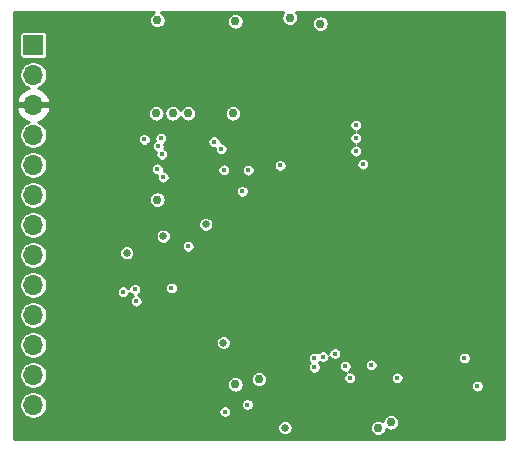
<source format=gbr>
%TF.GenerationSoftware,KiCad,Pcbnew,(5.1.6-0-10_14)*%
%TF.CreationDate,2020-07-08T17:32:20+02:00*%
%TF.ProjectId,driver-board,64726976-6572-42d6-926f-6172642e6b69,rev?*%
%TF.SameCoordinates,Original*%
%TF.FileFunction,Copper,L2,Inr*%
%TF.FilePolarity,Positive*%
%FSLAX46Y46*%
G04 Gerber Fmt 4.6, Leading zero omitted, Abs format (unit mm)*
G04 Created by KiCad (PCBNEW (5.1.6-0-10_14)) date 2020-07-08 17:32:20*
%MOMM*%
%LPD*%
G01*
G04 APERTURE LIST*
%TA.AperFunction,ViaPad*%
%ADD10R,1.700000X1.700000*%
%TD*%
%TA.AperFunction,ViaPad*%
%ADD11O,1.700000X1.700000*%
%TD*%
%TA.AperFunction,ViaPad*%
%ADD12C,0.750000*%
%TD*%
%TA.AperFunction,ViaPad*%
%ADD13C,0.450000*%
%TD*%
%TA.AperFunction,ViaPad*%
%ADD14C,0.650000*%
%TD*%
%TA.AperFunction,Conductor*%
%ADD15C,0.254000*%
%TD*%
G04 APERTURE END LIST*
D10*
%TO.N,+5V*%
%TO.C,J1*%
X112200000Y-51100000D03*
D11*
%TO.N,VCC*%
X112200000Y-53640000D03*
%TO.N,GND*%
X112200000Y-56180000D03*
%TO.N,SCK*%
X112200000Y-58720000D03*
%TO.N,SDI*%
X112200000Y-61260000D03*
%TO.N,SDO*%
X112200000Y-63800000D03*
%TO.N,CS1*%
X112200000Y-66340000D03*
%TO.N,CS2*%
X112200000Y-68880000D03*
%TO.N,DC*%
X112200000Y-71420000D03*
%TO.N,AUDIO*%
X112200000Y-73960000D03*
%TO.N,IRQ*%
X112200000Y-76500000D03*
%TO.N,FTRES*%
X112200000Y-79040000D03*
%TO.N,DISPRES*%
X112200000Y-81580000D03*
%TD*%
D12*
%TO.N,+3V0*%
X122600000Y-56900000D03*
D13*
X127500000Y-59300000D03*
X128100000Y-59900000D03*
D12*
X125300000Y-56900000D03*
X124000000Y-56900000D03*
D14*
X120100000Y-68700000D03*
X123200000Y-67300000D03*
X133500000Y-83500000D03*
X126800000Y-66300000D03*
D13*
X143000000Y-79285002D03*
D12*
X141400000Y-83525000D03*
X142475000Y-83050000D03*
X129300000Y-79850000D03*
D14*
X128300000Y-76300000D03*
%TO.N,GND*%
X123700000Y-78600000D03*
X124800000Y-79700000D03*
D12*
X125900000Y-80800000D03*
D14*
X122200000Y-77300000D03*
X121900000Y-71900000D03*
X120100000Y-70300000D03*
X119600000Y-67400000D03*
X125100000Y-67200000D03*
D13*
X117500000Y-57400000D03*
D12*
X117600000Y-50300000D03*
X117700000Y-53900000D03*
X124300000Y-50300000D03*
X124300000Y-53900000D03*
X124300000Y-55500000D03*
X117600000Y-55500000D03*
X130700000Y-53000000D03*
D14*
X128100000Y-58600000D03*
X139700000Y-83500000D03*
X138700000Y-81000000D03*
X135000000Y-58700000D03*
D13*
X149400000Y-52100000D03*
X142400000Y-52700000D03*
X149400000Y-53100000D03*
X130400001Y-70800000D03*
X133000000Y-68325128D03*
X133000000Y-73700000D03*
X135700000Y-70800000D03*
X140050010Y-71200000D03*
X142300000Y-56600000D03*
X148600000Y-79400000D03*
D14*
X133400000Y-78900000D03*
D13*
X148800000Y-62300000D03*
X148825000Y-60125000D03*
D12*
X139975000Y-49700000D03*
D14*
X122100000Y-80200000D03*
D12*
X139550000Y-48750000D03*
X138400000Y-49525000D03*
X138500000Y-56775000D03*
D14*
X130700000Y-55850000D03*
D12*
%TO.N,VCC*%
X122700000Y-64200000D03*
%TO.N,+5V*%
X122700000Y-49000000D03*
X129300000Y-49100000D03*
X133900000Y-48800000D03*
X136500000Y-49300000D03*
%TO.N,+3V3*%
X129100000Y-56900000D03*
X131300000Y-79400000D03*
D13*
%TO.N,AUDIO*%
X119800000Y-72000000D03*
X129900000Y-63500000D03*
%TO.N,DC_3V*%
X148700000Y-77600000D03*
X123200000Y-62300000D03*
X130324999Y-81550011D03*
%TO.N,CS2_3V*%
X149800000Y-80000000D03*
X122700000Y-61600000D03*
X128425522Y-82158135D03*
%TO.N,CS1_3V*%
X121600000Y-59100000D03*
X133100000Y-61300000D03*
%TO.N,DE*%
X140100000Y-61200000D03*
X136000000Y-78400000D03*
%TO.N,VSYNC*%
X139500000Y-57900000D03*
X136000000Y-77600000D03*
%TO.N,HSYNC*%
X139500000Y-59000000D03*
X136700000Y-77500000D03*
%TO.N,PCLK*%
X139500000Y-60100000D03*
X137738916Y-77238916D03*
%TO.N,FTRES*%
X120900000Y-72800000D03*
X123900000Y-71700000D03*
%TO.N,IRQ*%
X125300000Y-68150000D03*
X120800000Y-71800000D03*
%TO.N,SCK_3V*%
X123000000Y-59000000D03*
X138600000Y-78300000D03*
%TO.N,SDI_3V*%
X122773952Y-59675000D03*
X138999990Y-79300020D03*
%TO.N,SDO_3V*%
X123086084Y-60363916D03*
X140800000Y-78200000D03*
%TO.N,SDI_BUFFER*%
X130400000Y-61700000D03*
X128317730Y-61682270D03*
%TD*%
D15*
%TO.N,GND*%
G36*
X122367478Y-48377895D02*
G01*
X122252501Y-48454721D01*
X122154721Y-48552501D01*
X122077895Y-48667478D01*
X122024977Y-48795234D01*
X121998000Y-48930859D01*
X121998000Y-49069141D01*
X122024977Y-49204766D01*
X122077895Y-49332522D01*
X122154721Y-49447499D01*
X122252501Y-49545279D01*
X122367478Y-49622105D01*
X122495234Y-49675023D01*
X122630859Y-49702000D01*
X122769141Y-49702000D01*
X122904766Y-49675023D01*
X123032522Y-49622105D01*
X123147499Y-49545279D01*
X123245279Y-49447499D01*
X123322105Y-49332522D01*
X123375023Y-49204766D01*
X123402000Y-49069141D01*
X123402000Y-49030859D01*
X128598000Y-49030859D01*
X128598000Y-49169141D01*
X128624977Y-49304766D01*
X128677895Y-49432522D01*
X128754721Y-49547499D01*
X128852501Y-49645279D01*
X128967478Y-49722105D01*
X129095234Y-49775023D01*
X129230859Y-49802000D01*
X129369141Y-49802000D01*
X129504766Y-49775023D01*
X129632522Y-49722105D01*
X129747499Y-49645279D01*
X129845279Y-49547499D01*
X129922105Y-49432522D01*
X129975023Y-49304766D01*
X130002000Y-49169141D01*
X130002000Y-49030859D01*
X129975023Y-48895234D01*
X129922105Y-48767478D01*
X129845279Y-48652501D01*
X129747499Y-48554721D01*
X129632522Y-48477895D01*
X129504766Y-48424977D01*
X129369141Y-48398000D01*
X129230859Y-48398000D01*
X129095234Y-48424977D01*
X128967478Y-48477895D01*
X128852501Y-48554721D01*
X128754721Y-48652501D01*
X128677895Y-48767478D01*
X128624977Y-48895234D01*
X128598000Y-49030859D01*
X123402000Y-49030859D01*
X123402000Y-48930859D01*
X123375023Y-48795234D01*
X123322105Y-48667478D01*
X123245279Y-48552501D01*
X123147499Y-48454721D01*
X123032522Y-48377895D01*
X122970006Y-48352000D01*
X133355222Y-48352000D01*
X133354721Y-48352501D01*
X133277895Y-48467478D01*
X133224977Y-48595234D01*
X133198000Y-48730859D01*
X133198000Y-48869141D01*
X133224977Y-49004766D01*
X133277895Y-49132522D01*
X133354721Y-49247499D01*
X133452501Y-49345279D01*
X133567478Y-49422105D01*
X133695234Y-49475023D01*
X133830859Y-49502000D01*
X133969141Y-49502000D01*
X134104766Y-49475023D01*
X134232522Y-49422105D01*
X134347499Y-49345279D01*
X134445279Y-49247499D01*
X134456397Y-49230859D01*
X135798000Y-49230859D01*
X135798000Y-49369141D01*
X135824977Y-49504766D01*
X135877895Y-49632522D01*
X135954721Y-49747499D01*
X136052501Y-49845279D01*
X136167478Y-49922105D01*
X136295234Y-49975023D01*
X136430859Y-50002000D01*
X136569141Y-50002000D01*
X136704766Y-49975023D01*
X136832522Y-49922105D01*
X136947499Y-49845279D01*
X137045279Y-49747499D01*
X137122105Y-49632522D01*
X137175023Y-49504766D01*
X137202000Y-49369141D01*
X137202000Y-49230859D01*
X137175023Y-49095234D01*
X137122105Y-48967478D01*
X137045279Y-48852501D01*
X136947499Y-48754721D01*
X136832522Y-48677895D01*
X136704766Y-48624977D01*
X136569141Y-48598000D01*
X136430859Y-48598000D01*
X136295234Y-48624977D01*
X136167478Y-48677895D01*
X136052501Y-48754721D01*
X135954721Y-48852501D01*
X135877895Y-48967478D01*
X135824977Y-49095234D01*
X135798000Y-49230859D01*
X134456397Y-49230859D01*
X134522105Y-49132522D01*
X134575023Y-49004766D01*
X134602000Y-48869141D01*
X134602000Y-48730859D01*
X134575023Y-48595234D01*
X134522105Y-48467478D01*
X134445279Y-48352501D01*
X134444778Y-48352000D01*
X152048001Y-48352000D01*
X152048000Y-84448000D01*
X110552000Y-84448000D01*
X110552000Y-83435784D01*
X132848000Y-83435784D01*
X132848000Y-83564216D01*
X132873056Y-83690181D01*
X132922205Y-83808838D01*
X132993558Y-83915626D01*
X133084374Y-84006442D01*
X133191162Y-84077795D01*
X133309819Y-84126944D01*
X133435784Y-84152000D01*
X133564216Y-84152000D01*
X133690181Y-84126944D01*
X133808838Y-84077795D01*
X133915626Y-84006442D01*
X134006442Y-83915626D01*
X134077795Y-83808838D01*
X134126944Y-83690181D01*
X134152000Y-83564216D01*
X134152000Y-83455859D01*
X140698000Y-83455859D01*
X140698000Y-83594141D01*
X140724977Y-83729766D01*
X140777895Y-83857522D01*
X140854721Y-83972499D01*
X140952501Y-84070279D01*
X141067478Y-84147105D01*
X141195234Y-84200023D01*
X141330859Y-84227000D01*
X141469141Y-84227000D01*
X141604766Y-84200023D01*
X141732522Y-84147105D01*
X141847499Y-84070279D01*
X141945279Y-83972499D01*
X142022105Y-83857522D01*
X142075023Y-83729766D01*
X142093060Y-83639085D01*
X142142478Y-83672105D01*
X142270234Y-83725023D01*
X142405859Y-83752000D01*
X142544141Y-83752000D01*
X142679766Y-83725023D01*
X142807522Y-83672105D01*
X142922499Y-83595279D01*
X143020279Y-83497499D01*
X143097105Y-83382522D01*
X143150023Y-83254766D01*
X143177000Y-83119141D01*
X143177000Y-82980859D01*
X143150023Y-82845234D01*
X143097105Y-82717478D01*
X143020279Y-82602501D01*
X142922499Y-82504721D01*
X142807522Y-82427895D01*
X142679766Y-82374977D01*
X142544141Y-82348000D01*
X142405859Y-82348000D01*
X142270234Y-82374977D01*
X142142478Y-82427895D01*
X142027501Y-82504721D01*
X141929721Y-82602501D01*
X141852895Y-82717478D01*
X141799977Y-82845234D01*
X141781940Y-82935915D01*
X141732522Y-82902895D01*
X141604766Y-82849977D01*
X141469141Y-82823000D01*
X141330859Y-82823000D01*
X141195234Y-82849977D01*
X141067478Y-82902895D01*
X140952501Y-82979721D01*
X140854721Y-83077501D01*
X140777895Y-83192478D01*
X140724977Y-83320234D01*
X140698000Y-83455859D01*
X134152000Y-83455859D01*
X134152000Y-83435784D01*
X134126944Y-83309819D01*
X134077795Y-83191162D01*
X134006442Y-83084374D01*
X133915626Y-82993558D01*
X133808838Y-82922205D01*
X133690181Y-82873056D01*
X133564216Y-82848000D01*
X133435784Y-82848000D01*
X133309819Y-82873056D01*
X133191162Y-82922205D01*
X133084374Y-82993558D01*
X132993558Y-83084374D01*
X132922205Y-83191162D01*
X132873056Y-83309819D01*
X132848000Y-83435784D01*
X110552000Y-83435784D01*
X110552000Y-81464076D01*
X111023000Y-81464076D01*
X111023000Y-81695924D01*
X111068231Y-81923318D01*
X111156956Y-82137519D01*
X111285764Y-82330294D01*
X111449706Y-82494236D01*
X111642481Y-82623044D01*
X111856682Y-82711769D01*
X112084076Y-82757000D01*
X112315924Y-82757000D01*
X112543318Y-82711769D01*
X112757519Y-82623044D01*
X112950294Y-82494236D01*
X113114236Y-82330294D01*
X113243044Y-82137519D01*
X113257024Y-82103768D01*
X127873522Y-82103768D01*
X127873522Y-82212502D01*
X127894735Y-82319147D01*
X127936346Y-82419605D01*
X127996756Y-82510015D01*
X128073642Y-82586901D01*
X128164052Y-82647311D01*
X128264510Y-82688922D01*
X128371155Y-82710135D01*
X128479889Y-82710135D01*
X128586534Y-82688922D01*
X128686992Y-82647311D01*
X128777402Y-82586901D01*
X128854288Y-82510015D01*
X128914698Y-82419605D01*
X128956309Y-82319147D01*
X128977522Y-82212502D01*
X128977522Y-82103768D01*
X128956309Y-81997123D01*
X128914698Y-81896665D01*
X128854288Y-81806255D01*
X128777402Y-81729369D01*
X128686992Y-81668959D01*
X128586534Y-81627348D01*
X128479889Y-81606135D01*
X128371155Y-81606135D01*
X128264510Y-81627348D01*
X128164052Y-81668959D01*
X128073642Y-81729369D01*
X127996756Y-81806255D01*
X127936346Y-81896665D01*
X127894735Y-81997123D01*
X127873522Y-82103768D01*
X113257024Y-82103768D01*
X113331769Y-81923318D01*
X113377000Y-81695924D01*
X113377000Y-81495644D01*
X129772999Y-81495644D01*
X129772999Y-81604378D01*
X129794212Y-81711023D01*
X129835823Y-81811481D01*
X129896233Y-81901891D01*
X129973119Y-81978777D01*
X130063529Y-82039187D01*
X130163987Y-82080798D01*
X130270632Y-82102011D01*
X130379366Y-82102011D01*
X130486011Y-82080798D01*
X130586469Y-82039187D01*
X130676879Y-81978777D01*
X130753765Y-81901891D01*
X130814175Y-81811481D01*
X130855786Y-81711023D01*
X130876999Y-81604378D01*
X130876999Y-81495644D01*
X130855786Y-81388999D01*
X130814175Y-81288541D01*
X130753765Y-81198131D01*
X130676879Y-81121245D01*
X130586469Y-81060835D01*
X130486011Y-81019224D01*
X130379366Y-80998011D01*
X130270632Y-80998011D01*
X130163987Y-81019224D01*
X130063529Y-81060835D01*
X129973119Y-81121245D01*
X129896233Y-81198131D01*
X129835823Y-81288541D01*
X129794212Y-81388999D01*
X129772999Y-81495644D01*
X113377000Y-81495644D01*
X113377000Y-81464076D01*
X113331769Y-81236682D01*
X113243044Y-81022481D01*
X113114236Y-80829706D01*
X112950294Y-80665764D01*
X112757519Y-80536956D01*
X112543318Y-80448231D01*
X112315924Y-80403000D01*
X112084076Y-80403000D01*
X111856682Y-80448231D01*
X111642481Y-80536956D01*
X111449706Y-80665764D01*
X111285764Y-80829706D01*
X111156956Y-81022481D01*
X111068231Y-81236682D01*
X111023000Y-81464076D01*
X110552000Y-81464076D01*
X110552000Y-78924076D01*
X111023000Y-78924076D01*
X111023000Y-79155924D01*
X111068231Y-79383318D01*
X111156956Y-79597519D01*
X111285764Y-79790294D01*
X111449706Y-79954236D01*
X111642481Y-80083044D01*
X111856682Y-80171769D01*
X112084076Y-80217000D01*
X112315924Y-80217000D01*
X112543318Y-80171769D01*
X112757519Y-80083044D01*
X112950294Y-79954236D01*
X113114236Y-79790294D01*
X113120540Y-79780859D01*
X128598000Y-79780859D01*
X128598000Y-79919141D01*
X128624977Y-80054766D01*
X128677895Y-80182522D01*
X128754721Y-80297499D01*
X128852501Y-80395279D01*
X128967478Y-80472105D01*
X129095234Y-80525023D01*
X129230859Y-80552000D01*
X129369141Y-80552000D01*
X129504766Y-80525023D01*
X129632522Y-80472105D01*
X129747499Y-80395279D01*
X129845279Y-80297499D01*
X129922105Y-80182522D01*
X129975023Y-80054766D01*
X130002000Y-79919141D01*
X130002000Y-79780859D01*
X129975023Y-79645234D01*
X129922105Y-79517478D01*
X129845279Y-79402501D01*
X129773637Y-79330859D01*
X130598000Y-79330859D01*
X130598000Y-79469141D01*
X130624977Y-79604766D01*
X130677895Y-79732522D01*
X130754721Y-79847499D01*
X130852501Y-79945279D01*
X130967478Y-80022105D01*
X131095234Y-80075023D01*
X131230859Y-80102000D01*
X131369141Y-80102000D01*
X131504766Y-80075023D01*
X131632522Y-80022105D01*
X131746969Y-79945633D01*
X149248000Y-79945633D01*
X149248000Y-80054367D01*
X149269213Y-80161012D01*
X149310824Y-80261470D01*
X149371234Y-80351880D01*
X149448120Y-80428766D01*
X149538530Y-80489176D01*
X149638988Y-80530787D01*
X149745633Y-80552000D01*
X149854367Y-80552000D01*
X149961012Y-80530787D01*
X150061470Y-80489176D01*
X150151880Y-80428766D01*
X150228766Y-80351880D01*
X150289176Y-80261470D01*
X150330787Y-80161012D01*
X150352000Y-80054367D01*
X150352000Y-79945633D01*
X150330787Y-79838988D01*
X150289176Y-79738530D01*
X150228766Y-79648120D01*
X150151880Y-79571234D01*
X150061470Y-79510824D01*
X149961012Y-79469213D01*
X149854367Y-79448000D01*
X149745633Y-79448000D01*
X149638988Y-79469213D01*
X149538530Y-79510824D01*
X149448120Y-79571234D01*
X149371234Y-79648120D01*
X149310824Y-79738530D01*
X149269213Y-79838988D01*
X149248000Y-79945633D01*
X131746969Y-79945633D01*
X131747499Y-79945279D01*
X131845279Y-79847499D01*
X131922105Y-79732522D01*
X131975023Y-79604766D01*
X132002000Y-79469141D01*
X132002000Y-79330859D01*
X131975023Y-79195234D01*
X131922105Y-79067478D01*
X131845279Y-78952501D01*
X131747499Y-78854721D01*
X131632522Y-78777895D01*
X131504766Y-78724977D01*
X131369141Y-78698000D01*
X131230859Y-78698000D01*
X131095234Y-78724977D01*
X130967478Y-78777895D01*
X130852501Y-78854721D01*
X130754721Y-78952501D01*
X130677895Y-79067478D01*
X130624977Y-79195234D01*
X130598000Y-79330859D01*
X129773637Y-79330859D01*
X129747499Y-79304721D01*
X129632522Y-79227895D01*
X129504766Y-79174977D01*
X129369141Y-79148000D01*
X129230859Y-79148000D01*
X129095234Y-79174977D01*
X128967478Y-79227895D01*
X128852501Y-79304721D01*
X128754721Y-79402501D01*
X128677895Y-79517478D01*
X128624977Y-79645234D01*
X128598000Y-79780859D01*
X113120540Y-79780859D01*
X113243044Y-79597519D01*
X113331769Y-79383318D01*
X113377000Y-79155924D01*
X113377000Y-78924076D01*
X113331769Y-78696682D01*
X113243044Y-78482481D01*
X113114236Y-78289706D01*
X112950294Y-78125764D01*
X112757519Y-77996956D01*
X112543318Y-77908231D01*
X112315924Y-77863000D01*
X112084076Y-77863000D01*
X111856682Y-77908231D01*
X111642481Y-77996956D01*
X111449706Y-78125764D01*
X111285764Y-78289706D01*
X111156956Y-78482481D01*
X111068231Y-78696682D01*
X111023000Y-78924076D01*
X110552000Y-78924076D01*
X110552000Y-76384076D01*
X111023000Y-76384076D01*
X111023000Y-76615924D01*
X111068231Y-76843318D01*
X111156956Y-77057519D01*
X111285764Y-77250294D01*
X111449706Y-77414236D01*
X111642481Y-77543044D01*
X111856682Y-77631769D01*
X112084076Y-77677000D01*
X112315924Y-77677000D01*
X112543318Y-77631769D01*
X112751268Y-77545633D01*
X135448000Y-77545633D01*
X135448000Y-77654367D01*
X135469213Y-77761012D01*
X135510824Y-77861470D01*
X135571234Y-77951880D01*
X135619354Y-78000000D01*
X135571234Y-78048120D01*
X135510824Y-78138530D01*
X135469213Y-78238988D01*
X135448000Y-78345633D01*
X135448000Y-78454367D01*
X135469213Y-78561012D01*
X135510824Y-78661470D01*
X135571234Y-78751880D01*
X135648120Y-78828766D01*
X135738530Y-78889176D01*
X135838988Y-78930787D01*
X135945633Y-78952000D01*
X136054367Y-78952000D01*
X136161012Y-78930787D01*
X136261470Y-78889176D01*
X136351880Y-78828766D01*
X136428766Y-78751880D01*
X136489176Y-78661470D01*
X136530787Y-78561012D01*
X136552000Y-78454367D01*
X136552000Y-78345633D01*
X136532109Y-78245633D01*
X138048000Y-78245633D01*
X138048000Y-78354367D01*
X138069213Y-78461012D01*
X138110824Y-78561470D01*
X138171234Y-78651880D01*
X138248120Y-78728766D01*
X138338530Y-78789176D01*
X138438988Y-78830787D01*
X138545633Y-78852000D01*
X138654367Y-78852000D01*
X138686488Y-78845611D01*
X138648110Y-78871254D01*
X138571224Y-78948140D01*
X138510814Y-79038550D01*
X138469203Y-79139008D01*
X138447990Y-79245653D01*
X138447990Y-79354387D01*
X138469203Y-79461032D01*
X138510814Y-79561490D01*
X138571224Y-79651900D01*
X138648110Y-79728786D01*
X138738520Y-79789196D01*
X138838978Y-79830807D01*
X138945623Y-79852020D01*
X139054357Y-79852020D01*
X139161002Y-79830807D01*
X139261460Y-79789196D01*
X139351870Y-79728786D01*
X139428756Y-79651900D01*
X139489166Y-79561490D01*
X139530777Y-79461032D01*
X139551990Y-79354387D01*
X139551990Y-79245653D01*
X139549003Y-79230635D01*
X142448000Y-79230635D01*
X142448000Y-79339369D01*
X142469213Y-79446014D01*
X142510824Y-79546472D01*
X142571234Y-79636882D01*
X142648120Y-79713768D01*
X142738530Y-79774178D01*
X142838988Y-79815789D01*
X142945633Y-79837002D01*
X143054367Y-79837002D01*
X143161012Y-79815789D01*
X143261470Y-79774178D01*
X143351880Y-79713768D01*
X143428766Y-79636882D01*
X143489176Y-79546472D01*
X143530787Y-79446014D01*
X143552000Y-79339369D01*
X143552000Y-79230635D01*
X143530787Y-79123990D01*
X143489176Y-79023532D01*
X143428766Y-78933122D01*
X143351880Y-78856236D01*
X143261470Y-78795826D01*
X143161012Y-78754215D01*
X143054367Y-78733002D01*
X142945633Y-78733002D01*
X142838988Y-78754215D01*
X142738530Y-78795826D01*
X142648120Y-78856236D01*
X142571234Y-78933122D01*
X142510824Y-79023532D01*
X142469213Y-79123990D01*
X142448000Y-79230635D01*
X139549003Y-79230635D01*
X139530777Y-79139008D01*
X139489166Y-79038550D01*
X139428756Y-78948140D01*
X139351870Y-78871254D01*
X139261460Y-78810844D01*
X139161002Y-78769233D01*
X139054357Y-78748020D01*
X138945623Y-78748020D01*
X138913502Y-78754409D01*
X138951880Y-78728766D01*
X139028766Y-78651880D01*
X139089176Y-78561470D01*
X139130787Y-78461012D01*
X139152000Y-78354367D01*
X139152000Y-78245633D01*
X139132109Y-78145633D01*
X140248000Y-78145633D01*
X140248000Y-78254367D01*
X140269213Y-78361012D01*
X140310824Y-78461470D01*
X140371234Y-78551880D01*
X140448120Y-78628766D01*
X140538530Y-78689176D01*
X140638988Y-78730787D01*
X140745633Y-78752000D01*
X140854367Y-78752000D01*
X140961012Y-78730787D01*
X141061470Y-78689176D01*
X141151880Y-78628766D01*
X141228766Y-78551880D01*
X141289176Y-78461470D01*
X141330787Y-78361012D01*
X141352000Y-78254367D01*
X141352000Y-78145633D01*
X141330787Y-78038988D01*
X141289176Y-77938530D01*
X141228766Y-77848120D01*
X141151880Y-77771234D01*
X141061470Y-77710824D01*
X140961012Y-77669213D01*
X140854367Y-77648000D01*
X140745633Y-77648000D01*
X140638988Y-77669213D01*
X140538530Y-77710824D01*
X140448120Y-77771234D01*
X140371234Y-77848120D01*
X140310824Y-77938530D01*
X140269213Y-78038988D01*
X140248000Y-78145633D01*
X139132109Y-78145633D01*
X139130787Y-78138988D01*
X139089176Y-78038530D01*
X139028766Y-77948120D01*
X138951880Y-77871234D01*
X138861470Y-77810824D01*
X138761012Y-77769213D01*
X138654367Y-77748000D01*
X138545633Y-77748000D01*
X138438988Y-77769213D01*
X138338530Y-77810824D01*
X138248120Y-77871234D01*
X138171234Y-77948120D01*
X138110824Y-78038530D01*
X138069213Y-78138988D01*
X138048000Y-78245633D01*
X136532109Y-78245633D01*
X136530787Y-78238988D01*
X136489176Y-78138530D01*
X136428766Y-78048120D01*
X136380646Y-78000000D01*
X136410320Y-77970326D01*
X136438530Y-77989176D01*
X136538988Y-78030787D01*
X136645633Y-78052000D01*
X136754367Y-78052000D01*
X136861012Y-78030787D01*
X136961470Y-77989176D01*
X137051880Y-77928766D01*
X137128766Y-77851880D01*
X137189176Y-77761470D01*
X137230787Y-77661012D01*
X137252000Y-77554367D01*
X137252000Y-77503768D01*
X137310150Y-77590796D01*
X137387036Y-77667682D01*
X137477446Y-77728092D01*
X137577904Y-77769703D01*
X137684549Y-77790916D01*
X137793283Y-77790916D01*
X137899928Y-77769703D01*
X138000386Y-77728092D01*
X138090796Y-77667682D01*
X138167682Y-77590796D01*
X138197858Y-77545633D01*
X148148000Y-77545633D01*
X148148000Y-77654367D01*
X148169213Y-77761012D01*
X148210824Y-77861470D01*
X148271234Y-77951880D01*
X148348120Y-78028766D01*
X148438530Y-78089176D01*
X148538988Y-78130787D01*
X148645633Y-78152000D01*
X148754367Y-78152000D01*
X148861012Y-78130787D01*
X148961470Y-78089176D01*
X149051880Y-78028766D01*
X149128766Y-77951880D01*
X149189176Y-77861470D01*
X149230787Y-77761012D01*
X149252000Y-77654367D01*
X149252000Y-77545633D01*
X149230787Y-77438988D01*
X149189176Y-77338530D01*
X149128766Y-77248120D01*
X149051880Y-77171234D01*
X148961470Y-77110824D01*
X148861012Y-77069213D01*
X148754367Y-77048000D01*
X148645633Y-77048000D01*
X148538988Y-77069213D01*
X148438530Y-77110824D01*
X148348120Y-77171234D01*
X148271234Y-77248120D01*
X148210824Y-77338530D01*
X148169213Y-77438988D01*
X148148000Y-77545633D01*
X138197858Y-77545633D01*
X138228092Y-77500386D01*
X138269703Y-77399928D01*
X138290916Y-77293283D01*
X138290916Y-77184549D01*
X138269703Y-77077904D01*
X138228092Y-76977446D01*
X138167682Y-76887036D01*
X138090796Y-76810150D01*
X138000386Y-76749740D01*
X137899928Y-76708129D01*
X137793283Y-76686916D01*
X137684549Y-76686916D01*
X137577904Y-76708129D01*
X137477446Y-76749740D01*
X137387036Y-76810150D01*
X137310150Y-76887036D01*
X137249740Y-76977446D01*
X137208129Y-77077904D01*
X137186916Y-77184549D01*
X137186916Y-77235148D01*
X137128766Y-77148120D01*
X137051880Y-77071234D01*
X136961470Y-77010824D01*
X136861012Y-76969213D01*
X136754367Y-76948000D01*
X136645633Y-76948000D01*
X136538988Y-76969213D01*
X136438530Y-77010824D01*
X136348120Y-77071234D01*
X136289680Y-77129674D01*
X136261470Y-77110824D01*
X136161012Y-77069213D01*
X136054367Y-77048000D01*
X135945633Y-77048000D01*
X135838988Y-77069213D01*
X135738530Y-77110824D01*
X135648120Y-77171234D01*
X135571234Y-77248120D01*
X135510824Y-77338530D01*
X135469213Y-77438988D01*
X135448000Y-77545633D01*
X112751268Y-77545633D01*
X112757519Y-77543044D01*
X112950294Y-77414236D01*
X113114236Y-77250294D01*
X113243044Y-77057519D01*
X113331769Y-76843318D01*
X113377000Y-76615924D01*
X113377000Y-76384076D01*
X113347504Y-76235784D01*
X127648000Y-76235784D01*
X127648000Y-76364216D01*
X127673056Y-76490181D01*
X127722205Y-76608838D01*
X127793558Y-76715626D01*
X127884374Y-76806442D01*
X127991162Y-76877795D01*
X128109819Y-76926944D01*
X128235784Y-76952000D01*
X128364216Y-76952000D01*
X128490181Y-76926944D01*
X128608838Y-76877795D01*
X128715626Y-76806442D01*
X128806442Y-76715626D01*
X128877795Y-76608838D01*
X128926944Y-76490181D01*
X128952000Y-76364216D01*
X128952000Y-76235784D01*
X128926944Y-76109819D01*
X128877795Y-75991162D01*
X128806442Y-75884374D01*
X128715626Y-75793558D01*
X128608838Y-75722205D01*
X128490181Y-75673056D01*
X128364216Y-75648000D01*
X128235784Y-75648000D01*
X128109819Y-75673056D01*
X127991162Y-75722205D01*
X127884374Y-75793558D01*
X127793558Y-75884374D01*
X127722205Y-75991162D01*
X127673056Y-76109819D01*
X127648000Y-76235784D01*
X113347504Y-76235784D01*
X113331769Y-76156682D01*
X113243044Y-75942481D01*
X113114236Y-75749706D01*
X112950294Y-75585764D01*
X112757519Y-75456956D01*
X112543318Y-75368231D01*
X112315924Y-75323000D01*
X112084076Y-75323000D01*
X111856682Y-75368231D01*
X111642481Y-75456956D01*
X111449706Y-75585764D01*
X111285764Y-75749706D01*
X111156956Y-75942481D01*
X111068231Y-76156682D01*
X111023000Y-76384076D01*
X110552000Y-76384076D01*
X110552000Y-73844076D01*
X111023000Y-73844076D01*
X111023000Y-74075924D01*
X111068231Y-74303318D01*
X111156956Y-74517519D01*
X111285764Y-74710294D01*
X111449706Y-74874236D01*
X111642481Y-75003044D01*
X111856682Y-75091769D01*
X112084076Y-75137000D01*
X112315924Y-75137000D01*
X112543318Y-75091769D01*
X112757519Y-75003044D01*
X112950294Y-74874236D01*
X113114236Y-74710294D01*
X113243044Y-74517519D01*
X113331769Y-74303318D01*
X113377000Y-74075924D01*
X113377000Y-73844076D01*
X113331769Y-73616682D01*
X113243044Y-73402481D01*
X113114236Y-73209706D01*
X112950294Y-73045764D01*
X112757519Y-72916956D01*
X112543318Y-72828231D01*
X112315924Y-72783000D01*
X112084076Y-72783000D01*
X111856682Y-72828231D01*
X111642481Y-72916956D01*
X111449706Y-73045764D01*
X111285764Y-73209706D01*
X111156956Y-73402481D01*
X111068231Y-73616682D01*
X111023000Y-73844076D01*
X110552000Y-73844076D01*
X110552000Y-71304076D01*
X111023000Y-71304076D01*
X111023000Y-71535924D01*
X111068231Y-71763318D01*
X111156956Y-71977519D01*
X111285764Y-72170294D01*
X111449706Y-72334236D01*
X111642481Y-72463044D01*
X111856682Y-72551769D01*
X112084076Y-72597000D01*
X112315924Y-72597000D01*
X112543318Y-72551769D01*
X112757519Y-72463044D01*
X112950294Y-72334236D01*
X113114236Y-72170294D01*
X113243044Y-71977519D01*
X113256251Y-71945633D01*
X119248000Y-71945633D01*
X119248000Y-72054367D01*
X119269213Y-72161012D01*
X119310824Y-72261470D01*
X119371234Y-72351880D01*
X119448120Y-72428766D01*
X119538530Y-72489176D01*
X119638988Y-72530787D01*
X119745633Y-72552000D01*
X119854367Y-72552000D01*
X119961012Y-72530787D01*
X120061470Y-72489176D01*
X120151880Y-72428766D01*
X120228766Y-72351880D01*
X120289176Y-72261470D01*
X120330787Y-72161012D01*
X120341465Y-72107328D01*
X120371234Y-72151880D01*
X120448120Y-72228766D01*
X120538530Y-72289176D01*
X120620262Y-72323030D01*
X120548120Y-72371234D01*
X120471234Y-72448120D01*
X120410824Y-72538530D01*
X120369213Y-72638988D01*
X120348000Y-72745633D01*
X120348000Y-72854367D01*
X120369213Y-72961012D01*
X120410824Y-73061470D01*
X120471234Y-73151880D01*
X120548120Y-73228766D01*
X120638530Y-73289176D01*
X120738988Y-73330787D01*
X120845633Y-73352000D01*
X120954367Y-73352000D01*
X121061012Y-73330787D01*
X121161470Y-73289176D01*
X121251880Y-73228766D01*
X121328766Y-73151880D01*
X121389176Y-73061470D01*
X121430787Y-72961012D01*
X121452000Y-72854367D01*
X121452000Y-72745633D01*
X121430787Y-72638988D01*
X121389176Y-72538530D01*
X121328766Y-72448120D01*
X121251880Y-72371234D01*
X121161470Y-72310824D01*
X121079738Y-72276970D01*
X121151880Y-72228766D01*
X121228766Y-72151880D01*
X121289176Y-72061470D01*
X121330787Y-71961012D01*
X121352000Y-71854367D01*
X121352000Y-71745633D01*
X121332109Y-71645633D01*
X123348000Y-71645633D01*
X123348000Y-71754367D01*
X123369213Y-71861012D01*
X123410824Y-71961470D01*
X123471234Y-72051880D01*
X123548120Y-72128766D01*
X123638530Y-72189176D01*
X123738988Y-72230787D01*
X123845633Y-72252000D01*
X123954367Y-72252000D01*
X124061012Y-72230787D01*
X124161470Y-72189176D01*
X124251880Y-72128766D01*
X124328766Y-72051880D01*
X124389176Y-71961470D01*
X124430787Y-71861012D01*
X124452000Y-71754367D01*
X124452000Y-71645633D01*
X124430787Y-71538988D01*
X124389176Y-71438530D01*
X124328766Y-71348120D01*
X124251880Y-71271234D01*
X124161470Y-71210824D01*
X124061012Y-71169213D01*
X123954367Y-71148000D01*
X123845633Y-71148000D01*
X123738988Y-71169213D01*
X123638530Y-71210824D01*
X123548120Y-71271234D01*
X123471234Y-71348120D01*
X123410824Y-71438530D01*
X123369213Y-71538988D01*
X123348000Y-71645633D01*
X121332109Y-71645633D01*
X121330787Y-71638988D01*
X121289176Y-71538530D01*
X121228766Y-71448120D01*
X121151880Y-71371234D01*
X121061470Y-71310824D01*
X120961012Y-71269213D01*
X120854367Y-71248000D01*
X120745633Y-71248000D01*
X120638988Y-71269213D01*
X120538530Y-71310824D01*
X120448120Y-71371234D01*
X120371234Y-71448120D01*
X120310824Y-71538530D01*
X120269213Y-71638988D01*
X120258535Y-71692672D01*
X120228766Y-71648120D01*
X120151880Y-71571234D01*
X120061470Y-71510824D01*
X119961012Y-71469213D01*
X119854367Y-71448000D01*
X119745633Y-71448000D01*
X119638988Y-71469213D01*
X119538530Y-71510824D01*
X119448120Y-71571234D01*
X119371234Y-71648120D01*
X119310824Y-71738530D01*
X119269213Y-71838988D01*
X119248000Y-71945633D01*
X113256251Y-71945633D01*
X113331769Y-71763318D01*
X113377000Y-71535924D01*
X113377000Y-71304076D01*
X113331769Y-71076682D01*
X113243044Y-70862481D01*
X113114236Y-70669706D01*
X112950294Y-70505764D01*
X112757519Y-70376956D01*
X112543318Y-70288231D01*
X112315924Y-70243000D01*
X112084076Y-70243000D01*
X111856682Y-70288231D01*
X111642481Y-70376956D01*
X111449706Y-70505764D01*
X111285764Y-70669706D01*
X111156956Y-70862481D01*
X111068231Y-71076682D01*
X111023000Y-71304076D01*
X110552000Y-71304076D01*
X110552000Y-68764076D01*
X111023000Y-68764076D01*
X111023000Y-68995924D01*
X111068231Y-69223318D01*
X111156956Y-69437519D01*
X111285764Y-69630294D01*
X111449706Y-69794236D01*
X111642481Y-69923044D01*
X111856682Y-70011769D01*
X112084076Y-70057000D01*
X112315924Y-70057000D01*
X112543318Y-70011769D01*
X112757519Y-69923044D01*
X112950294Y-69794236D01*
X113114236Y-69630294D01*
X113243044Y-69437519D01*
X113331769Y-69223318D01*
X113377000Y-68995924D01*
X113377000Y-68764076D01*
X113351482Y-68635784D01*
X119448000Y-68635784D01*
X119448000Y-68764216D01*
X119473056Y-68890181D01*
X119522205Y-69008838D01*
X119593558Y-69115626D01*
X119684374Y-69206442D01*
X119791162Y-69277795D01*
X119909819Y-69326944D01*
X120035784Y-69352000D01*
X120164216Y-69352000D01*
X120290181Y-69326944D01*
X120408838Y-69277795D01*
X120515626Y-69206442D01*
X120606442Y-69115626D01*
X120677795Y-69008838D01*
X120726944Y-68890181D01*
X120752000Y-68764216D01*
X120752000Y-68635784D01*
X120726944Y-68509819D01*
X120677795Y-68391162D01*
X120606442Y-68284374D01*
X120515626Y-68193558D01*
X120408838Y-68122205D01*
X120344688Y-68095633D01*
X124748000Y-68095633D01*
X124748000Y-68204367D01*
X124769213Y-68311012D01*
X124810824Y-68411470D01*
X124871234Y-68501880D01*
X124948120Y-68578766D01*
X125038530Y-68639176D01*
X125138988Y-68680787D01*
X125245633Y-68702000D01*
X125354367Y-68702000D01*
X125461012Y-68680787D01*
X125561470Y-68639176D01*
X125651880Y-68578766D01*
X125728766Y-68501880D01*
X125789176Y-68411470D01*
X125830787Y-68311012D01*
X125852000Y-68204367D01*
X125852000Y-68095633D01*
X125830787Y-67988988D01*
X125789176Y-67888530D01*
X125728766Y-67798120D01*
X125651880Y-67721234D01*
X125561470Y-67660824D01*
X125461012Y-67619213D01*
X125354367Y-67598000D01*
X125245633Y-67598000D01*
X125138988Y-67619213D01*
X125038530Y-67660824D01*
X124948120Y-67721234D01*
X124871234Y-67798120D01*
X124810824Y-67888530D01*
X124769213Y-67988988D01*
X124748000Y-68095633D01*
X120344688Y-68095633D01*
X120290181Y-68073056D01*
X120164216Y-68048000D01*
X120035784Y-68048000D01*
X119909819Y-68073056D01*
X119791162Y-68122205D01*
X119684374Y-68193558D01*
X119593558Y-68284374D01*
X119522205Y-68391162D01*
X119473056Y-68509819D01*
X119448000Y-68635784D01*
X113351482Y-68635784D01*
X113331769Y-68536682D01*
X113243044Y-68322481D01*
X113114236Y-68129706D01*
X112950294Y-67965764D01*
X112757519Y-67836956D01*
X112543318Y-67748231D01*
X112315924Y-67703000D01*
X112084076Y-67703000D01*
X111856682Y-67748231D01*
X111642481Y-67836956D01*
X111449706Y-67965764D01*
X111285764Y-68129706D01*
X111156956Y-68322481D01*
X111068231Y-68536682D01*
X111023000Y-68764076D01*
X110552000Y-68764076D01*
X110552000Y-66224076D01*
X111023000Y-66224076D01*
X111023000Y-66455924D01*
X111068231Y-66683318D01*
X111156956Y-66897519D01*
X111285764Y-67090294D01*
X111449706Y-67254236D01*
X111642481Y-67383044D01*
X111856682Y-67471769D01*
X112084076Y-67517000D01*
X112315924Y-67517000D01*
X112543318Y-67471769D01*
X112757519Y-67383044D01*
X112950294Y-67254236D01*
X112968746Y-67235784D01*
X122548000Y-67235784D01*
X122548000Y-67364216D01*
X122573056Y-67490181D01*
X122622205Y-67608838D01*
X122693558Y-67715626D01*
X122784374Y-67806442D01*
X122891162Y-67877795D01*
X123009819Y-67926944D01*
X123135784Y-67952000D01*
X123264216Y-67952000D01*
X123390181Y-67926944D01*
X123508838Y-67877795D01*
X123615626Y-67806442D01*
X123706442Y-67715626D01*
X123777795Y-67608838D01*
X123826944Y-67490181D01*
X123852000Y-67364216D01*
X123852000Y-67235784D01*
X123826944Y-67109819D01*
X123777795Y-66991162D01*
X123706442Y-66884374D01*
X123615626Y-66793558D01*
X123508838Y-66722205D01*
X123390181Y-66673056D01*
X123264216Y-66648000D01*
X123135784Y-66648000D01*
X123009819Y-66673056D01*
X122891162Y-66722205D01*
X122784374Y-66793558D01*
X122693558Y-66884374D01*
X122622205Y-66991162D01*
X122573056Y-67109819D01*
X122548000Y-67235784D01*
X112968746Y-67235784D01*
X113114236Y-67090294D01*
X113243044Y-66897519D01*
X113331769Y-66683318D01*
X113377000Y-66455924D01*
X113377000Y-66235784D01*
X126148000Y-66235784D01*
X126148000Y-66364216D01*
X126173056Y-66490181D01*
X126222205Y-66608838D01*
X126293558Y-66715626D01*
X126384374Y-66806442D01*
X126491162Y-66877795D01*
X126609819Y-66926944D01*
X126735784Y-66952000D01*
X126864216Y-66952000D01*
X126990181Y-66926944D01*
X127108838Y-66877795D01*
X127215626Y-66806442D01*
X127306442Y-66715626D01*
X127377795Y-66608838D01*
X127426944Y-66490181D01*
X127452000Y-66364216D01*
X127452000Y-66235784D01*
X127426944Y-66109819D01*
X127377795Y-65991162D01*
X127306442Y-65884374D01*
X127215626Y-65793558D01*
X127108838Y-65722205D01*
X126990181Y-65673056D01*
X126864216Y-65648000D01*
X126735784Y-65648000D01*
X126609819Y-65673056D01*
X126491162Y-65722205D01*
X126384374Y-65793558D01*
X126293558Y-65884374D01*
X126222205Y-65991162D01*
X126173056Y-66109819D01*
X126148000Y-66235784D01*
X113377000Y-66235784D01*
X113377000Y-66224076D01*
X113331769Y-65996682D01*
X113243044Y-65782481D01*
X113114236Y-65589706D01*
X112950294Y-65425764D01*
X112757519Y-65296956D01*
X112543318Y-65208231D01*
X112315924Y-65163000D01*
X112084076Y-65163000D01*
X111856682Y-65208231D01*
X111642481Y-65296956D01*
X111449706Y-65425764D01*
X111285764Y-65589706D01*
X111156956Y-65782481D01*
X111068231Y-65996682D01*
X111023000Y-66224076D01*
X110552000Y-66224076D01*
X110552000Y-63684076D01*
X111023000Y-63684076D01*
X111023000Y-63915924D01*
X111068231Y-64143318D01*
X111156956Y-64357519D01*
X111285764Y-64550294D01*
X111449706Y-64714236D01*
X111642481Y-64843044D01*
X111856682Y-64931769D01*
X112084076Y-64977000D01*
X112315924Y-64977000D01*
X112543318Y-64931769D01*
X112757519Y-64843044D01*
X112950294Y-64714236D01*
X113114236Y-64550294D01*
X113243044Y-64357519D01*
X113331769Y-64143318D01*
X113334247Y-64130859D01*
X121998000Y-64130859D01*
X121998000Y-64269141D01*
X122024977Y-64404766D01*
X122077895Y-64532522D01*
X122154721Y-64647499D01*
X122252501Y-64745279D01*
X122367478Y-64822105D01*
X122495234Y-64875023D01*
X122630859Y-64902000D01*
X122769141Y-64902000D01*
X122904766Y-64875023D01*
X123032522Y-64822105D01*
X123147499Y-64745279D01*
X123245279Y-64647499D01*
X123322105Y-64532522D01*
X123375023Y-64404766D01*
X123402000Y-64269141D01*
X123402000Y-64130859D01*
X123375023Y-63995234D01*
X123322105Y-63867478D01*
X123245279Y-63752501D01*
X123147499Y-63654721D01*
X123032522Y-63577895D01*
X122904766Y-63524977D01*
X122769141Y-63498000D01*
X122630859Y-63498000D01*
X122495234Y-63524977D01*
X122367478Y-63577895D01*
X122252501Y-63654721D01*
X122154721Y-63752501D01*
X122077895Y-63867478D01*
X122024977Y-63995234D01*
X121998000Y-64130859D01*
X113334247Y-64130859D01*
X113377000Y-63915924D01*
X113377000Y-63684076D01*
X113331769Y-63456682D01*
X113327193Y-63445633D01*
X129348000Y-63445633D01*
X129348000Y-63554367D01*
X129369213Y-63661012D01*
X129410824Y-63761470D01*
X129471234Y-63851880D01*
X129548120Y-63928766D01*
X129638530Y-63989176D01*
X129738988Y-64030787D01*
X129845633Y-64052000D01*
X129954367Y-64052000D01*
X130061012Y-64030787D01*
X130161470Y-63989176D01*
X130251880Y-63928766D01*
X130328766Y-63851880D01*
X130389176Y-63761470D01*
X130430787Y-63661012D01*
X130452000Y-63554367D01*
X130452000Y-63445633D01*
X130430787Y-63338988D01*
X130389176Y-63238530D01*
X130328766Y-63148120D01*
X130251880Y-63071234D01*
X130161470Y-63010824D01*
X130061012Y-62969213D01*
X129954367Y-62948000D01*
X129845633Y-62948000D01*
X129738988Y-62969213D01*
X129638530Y-63010824D01*
X129548120Y-63071234D01*
X129471234Y-63148120D01*
X129410824Y-63238530D01*
X129369213Y-63338988D01*
X129348000Y-63445633D01*
X113327193Y-63445633D01*
X113243044Y-63242481D01*
X113114236Y-63049706D01*
X112950294Y-62885764D01*
X112757519Y-62756956D01*
X112543318Y-62668231D01*
X112315924Y-62623000D01*
X112084076Y-62623000D01*
X111856682Y-62668231D01*
X111642481Y-62756956D01*
X111449706Y-62885764D01*
X111285764Y-63049706D01*
X111156956Y-63242481D01*
X111068231Y-63456682D01*
X111023000Y-63684076D01*
X110552000Y-63684076D01*
X110552000Y-61144076D01*
X111023000Y-61144076D01*
X111023000Y-61375924D01*
X111068231Y-61603318D01*
X111156956Y-61817519D01*
X111285764Y-62010294D01*
X111449706Y-62174236D01*
X111642481Y-62303044D01*
X111856682Y-62391769D01*
X112084076Y-62437000D01*
X112315924Y-62437000D01*
X112543318Y-62391769D01*
X112757519Y-62303044D01*
X112950294Y-62174236D01*
X113114236Y-62010294D01*
X113243044Y-61817519D01*
X113331769Y-61603318D01*
X113343243Y-61545633D01*
X122148000Y-61545633D01*
X122148000Y-61654367D01*
X122169213Y-61761012D01*
X122210824Y-61861470D01*
X122271234Y-61951880D01*
X122348120Y-62028766D01*
X122438530Y-62089176D01*
X122538988Y-62130787D01*
X122645633Y-62152000D01*
X122666625Y-62152000D01*
X122648000Y-62245633D01*
X122648000Y-62354367D01*
X122669213Y-62461012D01*
X122710824Y-62561470D01*
X122771234Y-62651880D01*
X122848120Y-62728766D01*
X122938530Y-62789176D01*
X123038988Y-62830787D01*
X123145633Y-62852000D01*
X123254367Y-62852000D01*
X123361012Y-62830787D01*
X123461470Y-62789176D01*
X123551880Y-62728766D01*
X123628766Y-62651880D01*
X123689176Y-62561470D01*
X123730787Y-62461012D01*
X123752000Y-62354367D01*
X123752000Y-62245633D01*
X123730787Y-62138988D01*
X123689176Y-62038530D01*
X123628766Y-61948120D01*
X123551880Y-61871234D01*
X123461470Y-61810824D01*
X123361012Y-61769213D01*
X123254367Y-61748000D01*
X123233375Y-61748000D01*
X123252000Y-61654367D01*
X123252000Y-61627903D01*
X127765730Y-61627903D01*
X127765730Y-61736637D01*
X127786943Y-61843282D01*
X127828554Y-61943740D01*
X127888964Y-62034150D01*
X127965850Y-62111036D01*
X128056260Y-62171446D01*
X128156718Y-62213057D01*
X128263363Y-62234270D01*
X128372097Y-62234270D01*
X128478742Y-62213057D01*
X128579200Y-62171446D01*
X128669610Y-62111036D01*
X128746496Y-62034150D01*
X128806906Y-61943740D01*
X128848517Y-61843282D01*
X128869730Y-61736637D01*
X128869730Y-61645633D01*
X129848000Y-61645633D01*
X129848000Y-61754367D01*
X129869213Y-61861012D01*
X129910824Y-61961470D01*
X129971234Y-62051880D01*
X130048120Y-62128766D01*
X130138530Y-62189176D01*
X130238988Y-62230787D01*
X130345633Y-62252000D01*
X130454367Y-62252000D01*
X130561012Y-62230787D01*
X130661470Y-62189176D01*
X130751880Y-62128766D01*
X130828766Y-62051880D01*
X130889176Y-61961470D01*
X130930787Y-61861012D01*
X130952000Y-61754367D01*
X130952000Y-61645633D01*
X130930787Y-61538988D01*
X130889176Y-61438530D01*
X130828766Y-61348120D01*
X130751880Y-61271234D01*
X130713566Y-61245633D01*
X132548000Y-61245633D01*
X132548000Y-61354367D01*
X132569213Y-61461012D01*
X132610824Y-61561470D01*
X132671234Y-61651880D01*
X132748120Y-61728766D01*
X132838530Y-61789176D01*
X132938988Y-61830787D01*
X133045633Y-61852000D01*
X133154367Y-61852000D01*
X133261012Y-61830787D01*
X133361470Y-61789176D01*
X133451880Y-61728766D01*
X133528766Y-61651880D01*
X133589176Y-61561470D01*
X133630787Y-61461012D01*
X133652000Y-61354367D01*
X133652000Y-61245633D01*
X133632109Y-61145633D01*
X139548000Y-61145633D01*
X139548000Y-61254367D01*
X139569213Y-61361012D01*
X139610824Y-61461470D01*
X139671234Y-61551880D01*
X139748120Y-61628766D01*
X139838530Y-61689176D01*
X139938988Y-61730787D01*
X140045633Y-61752000D01*
X140154367Y-61752000D01*
X140261012Y-61730787D01*
X140361470Y-61689176D01*
X140451880Y-61628766D01*
X140528766Y-61551880D01*
X140589176Y-61461470D01*
X140630787Y-61361012D01*
X140652000Y-61254367D01*
X140652000Y-61145633D01*
X140630787Y-61038988D01*
X140589176Y-60938530D01*
X140528766Y-60848120D01*
X140451880Y-60771234D01*
X140361470Y-60710824D01*
X140261012Y-60669213D01*
X140154367Y-60648000D01*
X140045633Y-60648000D01*
X139938988Y-60669213D01*
X139838530Y-60710824D01*
X139748120Y-60771234D01*
X139671234Y-60848120D01*
X139610824Y-60938530D01*
X139569213Y-61038988D01*
X139548000Y-61145633D01*
X133632109Y-61145633D01*
X133630787Y-61138988D01*
X133589176Y-61038530D01*
X133528766Y-60948120D01*
X133451880Y-60871234D01*
X133361470Y-60810824D01*
X133261012Y-60769213D01*
X133154367Y-60748000D01*
X133045633Y-60748000D01*
X132938988Y-60769213D01*
X132838530Y-60810824D01*
X132748120Y-60871234D01*
X132671234Y-60948120D01*
X132610824Y-61038530D01*
X132569213Y-61138988D01*
X132548000Y-61245633D01*
X130713566Y-61245633D01*
X130661470Y-61210824D01*
X130561012Y-61169213D01*
X130454367Y-61148000D01*
X130345633Y-61148000D01*
X130238988Y-61169213D01*
X130138530Y-61210824D01*
X130048120Y-61271234D01*
X129971234Y-61348120D01*
X129910824Y-61438530D01*
X129869213Y-61538988D01*
X129848000Y-61645633D01*
X128869730Y-61645633D01*
X128869730Y-61627903D01*
X128848517Y-61521258D01*
X128806906Y-61420800D01*
X128746496Y-61330390D01*
X128669610Y-61253504D01*
X128579200Y-61193094D01*
X128478742Y-61151483D01*
X128372097Y-61130270D01*
X128263363Y-61130270D01*
X128156718Y-61151483D01*
X128056260Y-61193094D01*
X127965850Y-61253504D01*
X127888964Y-61330390D01*
X127828554Y-61420800D01*
X127786943Y-61521258D01*
X127765730Y-61627903D01*
X123252000Y-61627903D01*
X123252000Y-61545633D01*
X123230787Y-61438988D01*
X123189176Y-61338530D01*
X123128766Y-61248120D01*
X123051880Y-61171234D01*
X122961470Y-61110824D01*
X122861012Y-61069213D01*
X122754367Y-61048000D01*
X122645633Y-61048000D01*
X122538988Y-61069213D01*
X122438530Y-61110824D01*
X122348120Y-61171234D01*
X122271234Y-61248120D01*
X122210824Y-61338530D01*
X122169213Y-61438988D01*
X122148000Y-61545633D01*
X113343243Y-61545633D01*
X113377000Y-61375924D01*
X113377000Y-61144076D01*
X113331769Y-60916682D01*
X113243044Y-60702481D01*
X113114236Y-60509706D01*
X112950294Y-60345764D01*
X112757519Y-60216956D01*
X112543318Y-60128231D01*
X112315924Y-60083000D01*
X112084076Y-60083000D01*
X111856682Y-60128231D01*
X111642481Y-60216956D01*
X111449706Y-60345764D01*
X111285764Y-60509706D01*
X111156956Y-60702481D01*
X111068231Y-60916682D01*
X111023000Y-61144076D01*
X110552000Y-61144076D01*
X110552000Y-56536890D01*
X110758524Y-56536890D01*
X110803175Y-56684099D01*
X110928359Y-56946920D01*
X111102412Y-57180269D01*
X111318645Y-57375178D01*
X111568748Y-57524157D01*
X111807179Y-57608736D01*
X111642481Y-57676956D01*
X111449706Y-57805764D01*
X111285764Y-57969706D01*
X111156956Y-58162481D01*
X111068231Y-58376682D01*
X111023000Y-58604076D01*
X111023000Y-58835924D01*
X111068231Y-59063318D01*
X111156956Y-59277519D01*
X111285764Y-59470294D01*
X111449706Y-59634236D01*
X111642481Y-59763044D01*
X111856682Y-59851769D01*
X112084076Y-59897000D01*
X112315924Y-59897000D01*
X112543318Y-59851769D01*
X112757519Y-59763044D01*
X112950294Y-59634236D01*
X113114236Y-59470294D01*
X113243044Y-59277519D01*
X113331769Y-59063318D01*
X113335286Y-59045633D01*
X121048000Y-59045633D01*
X121048000Y-59154367D01*
X121069213Y-59261012D01*
X121110824Y-59361470D01*
X121171234Y-59451880D01*
X121248120Y-59528766D01*
X121338530Y-59589176D01*
X121438988Y-59630787D01*
X121545633Y-59652000D01*
X121654367Y-59652000D01*
X121761012Y-59630787D01*
X121785525Y-59620633D01*
X122221952Y-59620633D01*
X122221952Y-59729367D01*
X122243165Y-59836012D01*
X122284776Y-59936470D01*
X122345186Y-60026880D01*
X122422072Y-60103766D01*
X122512482Y-60164176D01*
X122562719Y-60184985D01*
X122555297Y-60202904D01*
X122534084Y-60309549D01*
X122534084Y-60418283D01*
X122555297Y-60524928D01*
X122596908Y-60625386D01*
X122657318Y-60715796D01*
X122734204Y-60792682D01*
X122824614Y-60853092D01*
X122925072Y-60894703D01*
X123031717Y-60915916D01*
X123140451Y-60915916D01*
X123247096Y-60894703D01*
X123347554Y-60853092D01*
X123437964Y-60792682D01*
X123514850Y-60715796D01*
X123575260Y-60625386D01*
X123616871Y-60524928D01*
X123638084Y-60418283D01*
X123638084Y-60309549D01*
X123616871Y-60202904D01*
X123575260Y-60102446D01*
X123514850Y-60012036D01*
X123437964Y-59935150D01*
X123347554Y-59874740D01*
X123297317Y-59853931D01*
X123304739Y-59836012D01*
X123325952Y-59729367D01*
X123325952Y-59620633D01*
X123304739Y-59513988D01*
X123287310Y-59471910D01*
X123351880Y-59428766D01*
X123428766Y-59351880D01*
X123489176Y-59261470D01*
X123495735Y-59245633D01*
X126948000Y-59245633D01*
X126948000Y-59354367D01*
X126969213Y-59461012D01*
X127010824Y-59561470D01*
X127071234Y-59651880D01*
X127148120Y-59728766D01*
X127238530Y-59789176D01*
X127338988Y-59830787D01*
X127445633Y-59852000D01*
X127548000Y-59852000D01*
X127548000Y-59954367D01*
X127569213Y-60061012D01*
X127610824Y-60161470D01*
X127671234Y-60251880D01*
X127748120Y-60328766D01*
X127838530Y-60389176D01*
X127938988Y-60430787D01*
X128045633Y-60452000D01*
X128154367Y-60452000D01*
X128261012Y-60430787D01*
X128361470Y-60389176D01*
X128451880Y-60328766D01*
X128528766Y-60251880D01*
X128589176Y-60161470D01*
X128630787Y-60061012D01*
X128652000Y-59954367D01*
X128652000Y-59845633D01*
X128630787Y-59738988D01*
X128589176Y-59638530D01*
X128528766Y-59548120D01*
X128451880Y-59471234D01*
X128361470Y-59410824D01*
X128261012Y-59369213D01*
X128154367Y-59348000D01*
X128052000Y-59348000D01*
X128052000Y-59245633D01*
X128030787Y-59138988D01*
X127989176Y-59038530D01*
X127928766Y-58948120D01*
X127851880Y-58871234D01*
X127761470Y-58810824D01*
X127661012Y-58769213D01*
X127554367Y-58748000D01*
X127445633Y-58748000D01*
X127338988Y-58769213D01*
X127238530Y-58810824D01*
X127148120Y-58871234D01*
X127071234Y-58948120D01*
X127010824Y-59038530D01*
X126969213Y-59138988D01*
X126948000Y-59245633D01*
X123495735Y-59245633D01*
X123530787Y-59161012D01*
X123552000Y-59054367D01*
X123552000Y-58945633D01*
X123530787Y-58838988D01*
X123489176Y-58738530D01*
X123428766Y-58648120D01*
X123351880Y-58571234D01*
X123261470Y-58510824D01*
X123161012Y-58469213D01*
X123054367Y-58448000D01*
X122945633Y-58448000D01*
X122838988Y-58469213D01*
X122738530Y-58510824D01*
X122648120Y-58571234D01*
X122571234Y-58648120D01*
X122510824Y-58738530D01*
X122469213Y-58838988D01*
X122448000Y-58945633D01*
X122448000Y-59054367D01*
X122469213Y-59161012D01*
X122486642Y-59203090D01*
X122422072Y-59246234D01*
X122345186Y-59323120D01*
X122284776Y-59413530D01*
X122243165Y-59513988D01*
X122221952Y-59620633D01*
X121785525Y-59620633D01*
X121861470Y-59589176D01*
X121951880Y-59528766D01*
X122028766Y-59451880D01*
X122089176Y-59361470D01*
X122130787Y-59261012D01*
X122152000Y-59154367D01*
X122152000Y-59045633D01*
X122130787Y-58938988D01*
X122089176Y-58838530D01*
X122028766Y-58748120D01*
X121951880Y-58671234D01*
X121861470Y-58610824D01*
X121761012Y-58569213D01*
X121654367Y-58548000D01*
X121545633Y-58548000D01*
X121438988Y-58569213D01*
X121338530Y-58610824D01*
X121248120Y-58671234D01*
X121171234Y-58748120D01*
X121110824Y-58838530D01*
X121069213Y-58938988D01*
X121048000Y-59045633D01*
X113335286Y-59045633D01*
X113377000Y-58835924D01*
X113377000Y-58604076D01*
X113331769Y-58376682D01*
X113243044Y-58162481D01*
X113114236Y-57969706D01*
X112990163Y-57845633D01*
X138948000Y-57845633D01*
X138948000Y-57954367D01*
X138969213Y-58061012D01*
X139010824Y-58161470D01*
X139071234Y-58251880D01*
X139148120Y-58328766D01*
X139238530Y-58389176D01*
X139338988Y-58430787D01*
X139435578Y-58450000D01*
X139338988Y-58469213D01*
X139238530Y-58510824D01*
X139148120Y-58571234D01*
X139071234Y-58648120D01*
X139010824Y-58738530D01*
X138969213Y-58838988D01*
X138948000Y-58945633D01*
X138948000Y-59054367D01*
X138969213Y-59161012D01*
X139010824Y-59261470D01*
X139071234Y-59351880D01*
X139148120Y-59428766D01*
X139238530Y-59489176D01*
X139338988Y-59530787D01*
X139435578Y-59550000D01*
X139338988Y-59569213D01*
X139238530Y-59610824D01*
X139148120Y-59671234D01*
X139071234Y-59748120D01*
X139010824Y-59838530D01*
X138969213Y-59938988D01*
X138948000Y-60045633D01*
X138948000Y-60154367D01*
X138969213Y-60261012D01*
X139010824Y-60361470D01*
X139071234Y-60451880D01*
X139148120Y-60528766D01*
X139238530Y-60589176D01*
X139338988Y-60630787D01*
X139445633Y-60652000D01*
X139554367Y-60652000D01*
X139661012Y-60630787D01*
X139761470Y-60589176D01*
X139851880Y-60528766D01*
X139928766Y-60451880D01*
X139989176Y-60361470D01*
X140030787Y-60261012D01*
X140052000Y-60154367D01*
X140052000Y-60045633D01*
X140030787Y-59938988D01*
X139989176Y-59838530D01*
X139928766Y-59748120D01*
X139851880Y-59671234D01*
X139761470Y-59610824D01*
X139661012Y-59569213D01*
X139564422Y-59550000D01*
X139661012Y-59530787D01*
X139761470Y-59489176D01*
X139851880Y-59428766D01*
X139928766Y-59351880D01*
X139989176Y-59261470D01*
X140030787Y-59161012D01*
X140052000Y-59054367D01*
X140052000Y-58945633D01*
X140030787Y-58838988D01*
X139989176Y-58738530D01*
X139928766Y-58648120D01*
X139851880Y-58571234D01*
X139761470Y-58510824D01*
X139661012Y-58469213D01*
X139564422Y-58450000D01*
X139661012Y-58430787D01*
X139761470Y-58389176D01*
X139851880Y-58328766D01*
X139928766Y-58251880D01*
X139989176Y-58161470D01*
X140030787Y-58061012D01*
X140052000Y-57954367D01*
X140052000Y-57845633D01*
X140030787Y-57738988D01*
X139989176Y-57638530D01*
X139928766Y-57548120D01*
X139851880Y-57471234D01*
X139761470Y-57410824D01*
X139661012Y-57369213D01*
X139554367Y-57348000D01*
X139445633Y-57348000D01*
X139338988Y-57369213D01*
X139238530Y-57410824D01*
X139148120Y-57471234D01*
X139071234Y-57548120D01*
X139010824Y-57638530D01*
X138969213Y-57738988D01*
X138948000Y-57845633D01*
X112990163Y-57845633D01*
X112950294Y-57805764D01*
X112757519Y-57676956D01*
X112592821Y-57608736D01*
X112831252Y-57524157D01*
X113081355Y-57375178D01*
X113297588Y-57180269D01*
X113471641Y-56946920D01*
X113526921Y-56830859D01*
X121898000Y-56830859D01*
X121898000Y-56969141D01*
X121924977Y-57104766D01*
X121977895Y-57232522D01*
X122054721Y-57347499D01*
X122152501Y-57445279D01*
X122267478Y-57522105D01*
X122395234Y-57575023D01*
X122530859Y-57602000D01*
X122669141Y-57602000D01*
X122804766Y-57575023D01*
X122932522Y-57522105D01*
X123047499Y-57445279D01*
X123145279Y-57347499D01*
X123222105Y-57232522D01*
X123275023Y-57104766D01*
X123300000Y-56979196D01*
X123324977Y-57104766D01*
X123377895Y-57232522D01*
X123454721Y-57347499D01*
X123552501Y-57445279D01*
X123667478Y-57522105D01*
X123795234Y-57575023D01*
X123930859Y-57602000D01*
X124069141Y-57602000D01*
X124204766Y-57575023D01*
X124332522Y-57522105D01*
X124447499Y-57445279D01*
X124545279Y-57347499D01*
X124622105Y-57232522D01*
X124650000Y-57165177D01*
X124677895Y-57232522D01*
X124754721Y-57347499D01*
X124852501Y-57445279D01*
X124967478Y-57522105D01*
X125095234Y-57575023D01*
X125230859Y-57602000D01*
X125369141Y-57602000D01*
X125504766Y-57575023D01*
X125632522Y-57522105D01*
X125747499Y-57445279D01*
X125845279Y-57347499D01*
X125922105Y-57232522D01*
X125975023Y-57104766D01*
X126002000Y-56969141D01*
X126002000Y-56830859D01*
X128398000Y-56830859D01*
X128398000Y-56969141D01*
X128424977Y-57104766D01*
X128477895Y-57232522D01*
X128554721Y-57347499D01*
X128652501Y-57445279D01*
X128767478Y-57522105D01*
X128895234Y-57575023D01*
X129030859Y-57602000D01*
X129169141Y-57602000D01*
X129304766Y-57575023D01*
X129432522Y-57522105D01*
X129547499Y-57445279D01*
X129645279Y-57347499D01*
X129722105Y-57232522D01*
X129775023Y-57104766D01*
X129802000Y-56969141D01*
X129802000Y-56830859D01*
X129775023Y-56695234D01*
X129722105Y-56567478D01*
X129645279Y-56452501D01*
X129547499Y-56354721D01*
X129432522Y-56277895D01*
X129304766Y-56224977D01*
X129169141Y-56198000D01*
X129030859Y-56198000D01*
X128895234Y-56224977D01*
X128767478Y-56277895D01*
X128652501Y-56354721D01*
X128554721Y-56452501D01*
X128477895Y-56567478D01*
X128424977Y-56695234D01*
X128398000Y-56830859D01*
X126002000Y-56830859D01*
X125975023Y-56695234D01*
X125922105Y-56567478D01*
X125845279Y-56452501D01*
X125747499Y-56354721D01*
X125632522Y-56277895D01*
X125504766Y-56224977D01*
X125369141Y-56198000D01*
X125230859Y-56198000D01*
X125095234Y-56224977D01*
X124967478Y-56277895D01*
X124852501Y-56354721D01*
X124754721Y-56452501D01*
X124677895Y-56567478D01*
X124650000Y-56634823D01*
X124622105Y-56567478D01*
X124545279Y-56452501D01*
X124447499Y-56354721D01*
X124332522Y-56277895D01*
X124204766Y-56224977D01*
X124069141Y-56198000D01*
X123930859Y-56198000D01*
X123795234Y-56224977D01*
X123667478Y-56277895D01*
X123552501Y-56354721D01*
X123454721Y-56452501D01*
X123377895Y-56567478D01*
X123324977Y-56695234D01*
X123300000Y-56820804D01*
X123275023Y-56695234D01*
X123222105Y-56567478D01*
X123145279Y-56452501D01*
X123047499Y-56354721D01*
X122932522Y-56277895D01*
X122804766Y-56224977D01*
X122669141Y-56198000D01*
X122530859Y-56198000D01*
X122395234Y-56224977D01*
X122267478Y-56277895D01*
X122152501Y-56354721D01*
X122054721Y-56452501D01*
X121977895Y-56567478D01*
X121924977Y-56695234D01*
X121898000Y-56830859D01*
X113526921Y-56830859D01*
X113596825Y-56684099D01*
X113641476Y-56536890D01*
X113520155Y-56307000D01*
X112327000Y-56307000D01*
X112327000Y-56327000D01*
X112073000Y-56327000D01*
X112073000Y-56307000D01*
X110879845Y-56307000D01*
X110758524Y-56536890D01*
X110552000Y-56536890D01*
X110552000Y-55823110D01*
X110758524Y-55823110D01*
X110879845Y-56053000D01*
X112073000Y-56053000D01*
X112073000Y-56033000D01*
X112327000Y-56033000D01*
X112327000Y-56053000D01*
X113520155Y-56053000D01*
X113641476Y-55823110D01*
X113596825Y-55675901D01*
X113471641Y-55413080D01*
X113297588Y-55179731D01*
X113081355Y-54984822D01*
X112831252Y-54835843D01*
X112592821Y-54751264D01*
X112757519Y-54683044D01*
X112950294Y-54554236D01*
X113114236Y-54390294D01*
X113243044Y-54197519D01*
X113331769Y-53983318D01*
X113377000Y-53755924D01*
X113377000Y-53524076D01*
X113331769Y-53296682D01*
X113243044Y-53082481D01*
X113114236Y-52889706D01*
X112950294Y-52725764D01*
X112757519Y-52596956D01*
X112543318Y-52508231D01*
X112315924Y-52463000D01*
X112084076Y-52463000D01*
X111856682Y-52508231D01*
X111642481Y-52596956D01*
X111449706Y-52725764D01*
X111285764Y-52889706D01*
X111156956Y-53082481D01*
X111068231Y-53296682D01*
X111023000Y-53524076D01*
X111023000Y-53755924D01*
X111068231Y-53983318D01*
X111156956Y-54197519D01*
X111285764Y-54390294D01*
X111449706Y-54554236D01*
X111642481Y-54683044D01*
X111807179Y-54751264D01*
X111568748Y-54835843D01*
X111318645Y-54984822D01*
X111102412Y-55179731D01*
X110928359Y-55413080D01*
X110803175Y-55675901D01*
X110758524Y-55823110D01*
X110552000Y-55823110D01*
X110552000Y-50250000D01*
X111021418Y-50250000D01*
X111021418Y-51950000D01*
X111027732Y-52014103D01*
X111046430Y-52075743D01*
X111076794Y-52132550D01*
X111117657Y-52182343D01*
X111167450Y-52223206D01*
X111224257Y-52253570D01*
X111285897Y-52272268D01*
X111350000Y-52278582D01*
X113050000Y-52278582D01*
X113114103Y-52272268D01*
X113175743Y-52253570D01*
X113232550Y-52223206D01*
X113282343Y-52182343D01*
X113323206Y-52132550D01*
X113353570Y-52075743D01*
X113372268Y-52014103D01*
X113378582Y-51950000D01*
X113378582Y-50250000D01*
X113372268Y-50185897D01*
X113353570Y-50124257D01*
X113323206Y-50067450D01*
X113282343Y-50017657D01*
X113232550Y-49976794D01*
X113175743Y-49946430D01*
X113114103Y-49927732D01*
X113050000Y-49921418D01*
X111350000Y-49921418D01*
X111285897Y-49927732D01*
X111224257Y-49946430D01*
X111167450Y-49976794D01*
X111117657Y-50017657D01*
X111076794Y-50067450D01*
X111046430Y-50124257D01*
X111027732Y-50185897D01*
X111021418Y-50250000D01*
X110552000Y-50250000D01*
X110552000Y-48352000D01*
X122429994Y-48352000D01*
X122367478Y-48377895D01*
G37*
X122367478Y-48377895D02*
X122252501Y-48454721D01*
X122154721Y-48552501D01*
X122077895Y-48667478D01*
X122024977Y-48795234D01*
X121998000Y-48930859D01*
X121998000Y-49069141D01*
X122024977Y-49204766D01*
X122077895Y-49332522D01*
X122154721Y-49447499D01*
X122252501Y-49545279D01*
X122367478Y-49622105D01*
X122495234Y-49675023D01*
X122630859Y-49702000D01*
X122769141Y-49702000D01*
X122904766Y-49675023D01*
X123032522Y-49622105D01*
X123147499Y-49545279D01*
X123245279Y-49447499D01*
X123322105Y-49332522D01*
X123375023Y-49204766D01*
X123402000Y-49069141D01*
X123402000Y-49030859D01*
X128598000Y-49030859D01*
X128598000Y-49169141D01*
X128624977Y-49304766D01*
X128677895Y-49432522D01*
X128754721Y-49547499D01*
X128852501Y-49645279D01*
X128967478Y-49722105D01*
X129095234Y-49775023D01*
X129230859Y-49802000D01*
X129369141Y-49802000D01*
X129504766Y-49775023D01*
X129632522Y-49722105D01*
X129747499Y-49645279D01*
X129845279Y-49547499D01*
X129922105Y-49432522D01*
X129975023Y-49304766D01*
X130002000Y-49169141D01*
X130002000Y-49030859D01*
X129975023Y-48895234D01*
X129922105Y-48767478D01*
X129845279Y-48652501D01*
X129747499Y-48554721D01*
X129632522Y-48477895D01*
X129504766Y-48424977D01*
X129369141Y-48398000D01*
X129230859Y-48398000D01*
X129095234Y-48424977D01*
X128967478Y-48477895D01*
X128852501Y-48554721D01*
X128754721Y-48652501D01*
X128677895Y-48767478D01*
X128624977Y-48895234D01*
X128598000Y-49030859D01*
X123402000Y-49030859D01*
X123402000Y-48930859D01*
X123375023Y-48795234D01*
X123322105Y-48667478D01*
X123245279Y-48552501D01*
X123147499Y-48454721D01*
X123032522Y-48377895D01*
X122970006Y-48352000D01*
X133355222Y-48352000D01*
X133354721Y-48352501D01*
X133277895Y-48467478D01*
X133224977Y-48595234D01*
X133198000Y-48730859D01*
X133198000Y-48869141D01*
X133224977Y-49004766D01*
X133277895Y-49132522D01*
X133354721Y-49247499D01*
X133452501Y-49345279D01*
X133567478Y-49422105D01*
X133695234Y-49475023D01*
X133830859Y-49502000D01*
X133969141Y-49502000D01*
X134104766Y-49475023D01*
X134232522Y-49422105D01*
X134347499Y-49345279D01*
X134445279Y-49247499D01*
X134456397Y-49230859D01*
X135798000Y-49230859D01*
X135798000Y-49369141D01*
X135824977Y-49504766D01*
X135877895Y-49632522D01*
X135954721Y-49747499D01*
X136052501Y-49845279D01*
X136167478Y-49922105D01*
X136295234Y-49975023D01*
X136430859Y-50002000D01*
X136569141Y-50002000D01*
X136704766Y-49975023D01*
X136832522Y-49922105D01*
X136947499Y-49845279D01*
X137045279Y-49747499D01*
X137122105Y-49632522D01*
X137175023Y-49504766D01*
X137202000Y-49369141D01*
X137202000Y-49230859D01*
X137175023Y-49095234D01*
X137122105Y-48967478D01*
X137045279Y-48852501D01*
X136947499Y-48754721D01*
X136832522Y-48677895D01*
X136704766Y-48624977D01*
X136569141Y-48598000D01*
X136430859Y-48598000D01*
X136295234Y-48624977D01*
X136167478Y-48677895D01*
X136052501Y-48754721D01*
X135954721Y-48852501D01*
X135877895Y-48967478D01*
X135824977Y-49095234D01*
X135798000Y-49230859D01*
X134456397Y-49230859D01*
X134522105Y-49132522D01*
X134575023Y-49004766D01*
X134602000Y-48869141D01*
X134602000Y-48730859D01*
X134575023Y-48595234D01*
X134522105Y-48467478D01*
X134445279Y-48352501D01*
X134444778Y-48352000D01*
X152048001Y-48352000D01*
X152048000Y-84448000D01*
X110552000Y-84448000D01*
X110552000Y-83435784D01*
X132848000Y-83435784D01*
X132848000Y-83564216D01*
X132873056Y-83690181D01*
X132922205Y-83808838D01*
X132993558Y-83915626D01*
X133084374Y-84006442D01*
X133191162Y-84077795D01*
X133309819Y-84126944D01*
X133435784Y-84152000D01*
X133564216Y-84152000D01*
X133690181Y-84126944D01*
X133808838Y-84077795D01*
X133915626Y-84006442D01*
X134006442Y-83915626D01*
X134077795Y-83808838D01*
X134126944Y-83690181D01*
X134152000Y-83564216D01*
X134152000Y-83455859D01*
X140698000Y-83455859D01*
X140698000Y-83594141D01*
X140724977Y-83729766D01*
X140777895Y-83857522D01*
X140854721Y-83972499D01*
X140952501Y-84070279D01*
X141067478Y-84147105D01*
X141195234Y-84200023D01*
X141330859Y-84227000D01*
X141469141Y-84227000D01*
X141604766Y-84200023D01*
X141732522Y-84147105D01*
X141847499Y-84070279D01*
X141945279Y-83972499D01*
X142022105Y-83857522D01*
X142075023Y-83729766D01*
X142093060Y-83639085D01*
X142142478Y-83672105D01*
X142270234Y-83725023D01*
X142405859Y-83752000D01*
X142544141Y-83752000D01*
X142679766Y-83725023D01*
X142807522Y-83672105D01*
X142922499Y-83595279D01*
X143020279Y-83497499D01*
X143097105Y-83382522D01*
X143150023Y-83254766D01*
X143177000Y-83119141D01*
X143177000Y-82980859D01*
X143150023Y-82845234D01*
X143097105Y-82717478D01*
X143020279Y-82602501D01*
X142922499Y-82504721D01*
X142807522Y-82427895D01*
X142679766Y-82374977D01*
X142544141Y-82348000D01*
X142405859Y-82348000D01*
X142270234Y-82374977D01*
X142142478Y-82427895D01*
X142027501Y-82504721D01*
X141929721Y-82602501D01*
X141852895Y-82717478D01*
X141799977Y-82845234D01*
X141781940Y-82935915D01*
X141732522Y-82902895D01*
X141604766Y-82849977D01*
X141469141Y-82823000D01*
X141330859Y-82823000D01*
X141195234Y-82849977D01*
X141067478Y-82902895D01*
X140952501Y-82979721D01*
X140854721Y-83077501D01*
X140777895Y-83192478D01*
X140724977Y-83320234D01*
X140698000Y-83455859D01*
X134152000Y-83455859D01*
X134152000Y-83435784D01*
X134126944Y-83309819D01*
X134077795Y-83191162D01*
X134006442Y-83084374D01*
X133915626Y-82993558D01*
X133808838Y-82922205D01*
X133690181Y-82873056D01*
X133564216Y-82848000D01*
X133435784Y-82848000D01*
X133309819Y-82873056D01*
X133191162Y-82922205D01*
X133084374Y-82993558D01*
X132993558Y-83084374D01*
X132922205Y-83191162D01*
X132873056Y-83309819D01*
X132848000Y-83435784D01*
X110552000Y-83435784D01*
X110552000Y-81464076D01*
X111023000Y-81464076D01*
X111023000Y-81695924D01*
X111068231Y-81923318D01*
X111156956Y-82137519D01*
X111285764Y-82330294D01*
X111449706Y-82494236D01*
X111642481Y-82623044D01*
X111856682Y-82711769D01*
X112084076Y-82757000D01*
X112315924Y-82757000D01*
X112543318Y-82711769D01*
X112757519Y-82623044D01*
X112950294Y-82494236D01*
X113114236Y-82330294D01*
X113243044Y-82137519D01*
X113257024Y-82103768D01*
X127873522Y-82103768D01*
X127873522Y-82212502D01*
X127894735Y-82319147D01*
X127936346Y-82419605D01*
X127996756Y-82510015D01*
X128073642Y-82586901D01*
X128164052Y-82647311D01*
X128264510Y-82688922D01*
X128371155Y-82710135D01*
X128479889Y-82710135D01*
X128586534Y-82688922D01*
X128686992Y-82647311D01*
X128777402Y-82586901D01*
X128854288Y-82510015D01*
X128914698Y-82419605D01*
X128956309Y-82319147D01*
X128977522Y-82212502D01*
X128977522Y-82103768D01*
X128956309Y-81997123D01*
X128914698Y-81896665D01*
X128854288Y-81806255D01*
X128777402Y-81729369D01*
X128686992Y-81668959D01*
X128586534Y-81627348D01*
X128479889Y-81606135D01*
X128371155Y-81606135D01*
X128264510Y-81627348D01*
X128164052Y-81668959D01*
X128073642Y-81729369D01*
X127996756Y-81806255D01*
X127936346Y-81896665D01*
X127894735Y-81997123D01*
X127873522Y-82103768D01*
X113257024Y-82103768D01*
X113331769Y-81923318D01*
X113377000Y-81695924D01*
X113377000Y-81495644D01*
X129772999Y-81495644D01*
X129772999Y-81604378D01*
X129794212Y-81711023D01*
X129835823Y-81811481D01*
X129896233Y-81901891D01*
X129973119Y-81978777D01*
X130063529Y-82039187D01*
X130163987Y-82080798D01*
X130270632Y-82102011D01*
X130379366Y-82102011D01*
X130486011Y-82080798D01*
X130586469Y-82039187D01*
X130676879Y-81978777D01*
X130753765Y-81901891D01*
X130814175Y-81811481D01*
X130855786Y-81711023D01*
X130876999Y-81604378D01*
X130876999Y-81495644D01*
X130855786Y-81388999D01*
X130814175Y-81288541D01*
X130753765Y-81198131D01*
X130676879Y-81121245D01*
X130586469Y-81060835D01*
X130486011Y-81019224D01*
X130379366Y-80998011D01*
X130270632Y-80998011D01*
X130163987Y-81019224D01*
X130063529Y-81060835D01*
X129973119Y-81121245D01*
X129896233Y-81198131D01*
X129835823Y-81288541D01*
X129794212Y-81388999D01*
X129772999Y-81495644D01*
X113377000Y-81495644D01*
X113377000Y-81464076D01*
X113331769Y-81236682D01*
X113243044Y-81022481D01*
X113114236Y-80829706D01*
X112950294Y-80665764D01*
X112757519Y-80536956D01*
X112543318Y-80448231D01*
X112315924Y-80403000D01*
X112084076Y-80403000D01*
X111856682Y-80448231D01*
X111642481Y-80536956D01*
X111449706Y-80665764D01*
X111285764Y-80829706D01*
X111156956Y-81022481D01*
X111068231Y-81236682D01*
X111023000Y-81464076D01*
X110552000Y-81464076D01*
X110552000Y-78924076D01*
X111023000Y-78924076D01*
X111023000Y-79155924D01*
X111068231Y-79383318D01*
X111156956Y-79597519D01*
X111285764Y-79790294D01*
X111449706Y-79954236D01*
X111642481Y-80083044D01*
X111856682Y-80171769D01*
X112084076Y-80217000D01*
X112315924Y-80217000D01*
X112543318Y-80171769D01*
X112757519Y-80083044D01*
X112950294Y-79954236D01*
X113114236Y-79790294D01*
X113120540Y-79780859D01*
X128598000Y-79780859D01*
X128598000Y-79919141D01*
X128624977Y-80054766D01*
X128677895Y-80182522D01*
X128754721Y-80297499D01*
X128852501Y-80395279D01*
X128967478Y-80472105D01*
X129095234Y-80525023D01*
X129230859Y-80552000D01*
X129369141Y-80552000D01*
X129504766Y-80525023D01*
X129632522Y-80472105D01*
X129747499Y-80395279D01*
X129845279Y-80297499D01*
X129922105Y-80182522D01*
X129975023Y-80054766D01*
X130002000Y-79919141D01*
X130002000Y-79780859D01*
X129975023Y-79645234D01*
X129922105Y-79517478D01*
X129845279Y-79402501D01*
X129773637Y-79330859D01*
X130598000Y-79330859D01*
X130598000Y-79469141D01*
X130624977Y-79604766D01*
X130677895Y-79732522D01*
X130754721Y-79847499D01*
X130852501Y-79945279D01*
X130967478Y-80022105D01*
X131095234Y-80075023D01*
X131230859Y-80102000D01*
X131369141Y-80102000D01*
X131504766Y-80075023D01*
X131632522Y-80022105D01*
X131746969Y-79945633D01*
X149248000Y-79945633D01*
X149248000Y-80054367D01*
X149269213Y-80161012D01*
X149310824Y-80261470D01*
X149371234Y-80351880D01*
X149448120Y-80428766D01*
X149538530Y-80489176D01*
X149638988Y-80530787D01*
X149745633Y-80552000D01*
X149854367Y-80552000D01*
X149961012Y-80530787D01*
X150061470Y-80489176D01*
X150151880Y-80428766D01*
X150228766Y-80351880D01*
X150289176Y-80261470D01*
X150330787Y-80161012D01*
X150352000Y-80054367D01*
X150352000Y-79945633D01*
X150330787Y-79838988D01*
X150289176Y-79738530D01*
X150228766Y-79648120D01*
X150151880Y-79571234D01*
X150061470Y-79510824D01*
X149961012Y-79469213D01*
X149854367Y-79448000D01*
X149745633Y-79448000D01*
X149638988Y-79469213D01*
X149538530Y-79510824D01*
X149448120Y-79571234D01*
X149371234Y-79648120D01*
X149310824Y-79738530D01*
X149269213Y-79838988D01*
X149248000Y-79945633D01*
X131746969Y-79945633D01*
X131747499Y-79945279D01*
X131845279Y-79847499D01*
X131922105Y-79732522D01*
X131975023Y-79604766D01*
X132002000Y-79469141D01*
X132002000Y-79330859D01*
X131975023Y-79195234D01*
X131922105Y-79067478D01*
X131845279Y-78952501D01*
X131747499Y-78854721D01*
X131632522Y-78777895D01*
X131504766Y-78724977D01*
X131369141Y-78698000D01*
X131230859Y-78698000D01*
X131095234Y-78724977D01*
X130967478Y-78777895D01*
X130852501Y-78854721D01*
X130754721Y-78952501D01*
X130677895Y-79067478D01*
X130624977Y-79195234D01*
X130598000Y-79330859D01*
X129773637Y-79330859D01*
X129747499Y-79304721D01*
X129632522Y-79227895D01*
X129504766Y-79174977D01*
X129369141Y-79148000D01*
X129230859Y-79148000D01*
X129095234Y-79174977D01*
X128967478Y-79227895D01*
X128852501Y-79304721D01*
X128754721Y-79402501D01*
X128677895Y-79517478D01*
X128624977Y-79645234D01*
X128598000Y-79780859D01*
X113120540Y-79780859D01*
X113243044Y-79597519D01*
X113331769Y-79383318D01*
X113377000Y-79155924D01*
X113377000Y-78924076D01*
X113331769Y-78696682D01*
X113243044Y-78482481D01*
X113114236Y-78289706D01*
X112950294Y-78125764D01*
X112757519Y-77996956D01*
X112543318Y-77908231D01*
X112315924Y-77863000D01*
X112084076Y-77863000D01*
X111856682Y-77908231D01*
X111642481Y-77996956D01*
X111449706Y-78125764D01*
X111285764Y-78289706D01*
X111156956Y-78482481D01*
X111068231Y-78696682D01*
X111023000Y-78924076D01*
X110552000Y-78924076D01*
X110552000Y-76384076D01*
X111023000Y-76384076D01*
X111023000Y-76615924D01*
X111068231Y-76843318D01*
X111156956Y-77057519D01*
X111285764Y-77250294D01*
X111449706Y-77414236D01*
X111642481Y-77543044D01*
X111856682Y-77631769D01*
X112084076Y-77677000D01*
X112315924Y-77677000D01*
X112543318Y-77631769D01*
X112751268Y-77545633D01*
X135448000Y-77545633D01*
X135448000Y-77654367D01*
X135469213Y-77761012D01*
X135510824Y-77861470D01*
X135571234Y-77951880D01*
X135619354Y-78000000D01*
X135571234Y-78048120D01*
X135510824Y-78138530D01*
X135469213Y-78238988D01*
X135448000Y-78345633D01*
X135448000Y-78454367D01*
X135469213Y-78561012D01*
X135510824Y-78661470D01*
X135571234Y-78751880D01*
X135648120Y-78828766D01*
X135738530Y-78889176D01*
X135838988Y-78930787D01*
X135945633Y-78952000D01*
X136054367Y-78952000D01*
X136161012Y-78930787D01*
X136261470Y-78889176D01*
X136351880Y-78828766D01*
X136428766Y-78751880D01*
X136489176Y-78661470D01*
X136530787Y-78561012D01*
X136552000Y-78454367D01*
X136552000Y-78345633D01*
X136532109Y-78245633D01*
X138048000Y-78245633D01*
X138048000Y-78354367D01*
X138069213Y-78461012D01*
X138110824Y-78561470D01*
X138171234Y-78651880D01*
X138248120Y-78728766D01*
X138338530Y-78789176D01*
X138438988Y-78830787D01*
X138545633Y-78852000D01*
X138654367Y-78852000D01*
X138686488Y-78845611D01*
X138648110Y-78871254D01*
X138571224Y-78948140D01*
X138510814Y-79038550D01*
X138469203Y-79139008D01*
X138447990Y-79245653D01*
X138447990Y-79354387D01*
X138469203Y-79461032D01*
X138510814Y-79561490D01*
X138571224Y-79651900D01*
X138648110Y-79728786D01*
X138738520Y-79789196D01*
X138838978Y-79830807D01*
X138945623Y-79852020D01*
X139054357Y-79852020D01*
X139161002Y-79830807D01*
X139261460Y-79789196D01*
X139351870Y-79728786D01*
X139428756Y-79651900D01*
X139489166Y-79561490D01*
X139530777Y-79461032D01*
X139551990Y-79354387D01*
X139551990Y-79245653D01*
X139549003Y-79230635D01*
X142448000Y-79230635D01*
X142448000Y-79339369D01*
X142469213Y-79446014D01*
X142510824Y-79546472D01*
X142571234Y-79636882D01*
X142648120Y-79713768D01*
X142738530Y-79774178D01*
X142838988Y-79815789D01*
X142945633Y-79837002D01*
X143054367Y-79837002D01*
X143161012Y-79815789D01*
X143261470Y-79774178D01*
X143351880Y-79713768D01*
X143428766Y-79636882D01*
X143489176Y-79546472D01*
X143530787Y-79446014D01*
X143552000Y-79339369D01*
X143552000Y-79230635D01*
X143530787Y-79123990D01*
X143489176Y-79023532D01*
X143428766Y-78933122D01*
X143351880Y-78856236D01*
X143261470Y-78795826D01*
X143161012Y-78754215D01*
X143054367Y-78733002D01*
X142945633Y-78733002D01*
X142838988Y-78754215D01*
X142738530Y-78795826D01*
X142648120Y-78856236D01*
X142571234Y-78933122D01*
X142510824Y-79023532D01*
X142469213Y-79123990D01*
X142448000Y-79230635D01*
X139549003Y-79230635D01*
X139530777Y-79139008D01*
X139489166Y-79038550D01*
X139428756Y-78948140D01*
X139351870Y-78871254D01*
X139261460Y-78810844D01*
X139161002Y-78769233D01*
X139054357Y-78748020D01*
X138945623Y-78748020D01*
X138913502Y-78754409D01*
X138951880Y-78728766D01*
X139028766Y-78651880D01*
X139089176Y-78561470D01*
X139130787Y-78461012D01*
X139152000Y-78354367D01*
X139152000Y-78245633D01*
X139132109Y-78145633D01*
X140248000Y-78145633D01*
X140248000Y-78254367D01*
X140269213Y-78361012D01*
X140310824Y-78461470D01*
X140371234Y-78551880D01*
X140448120Y-78628766D01*
X140538530Y-78689176D01*
X140638988Y-78730787D01*
X140745633Y-78752000D01*
X140854367Y-78752000D01*
X140961012Y-78730787D01*
X141061470Y-78689176D01*
X141151880Y-78628766D01*
X141228766Y-78551880D01*
X141289176Y-78461470D01*
X141330787Y-78361012D01*
X141352000Y-78254367D01*
X141352000Y-78145633D01*
X141330787Y-78038988D01*
X141289176Y-77938530D01*
X141228766Y-77848120D01*
X141151880Y-77771234D01*
X141061470Y-77710824D01*
X140961012Y-77669213D01*
X140854367Y-77648000D01*
X140745633Y-77648000D01*
X140638988Y-77669213D01*
X140538530Y-77710824D01*
X140448120Y-77771234D01*
X140371234Y-77848120D01*
X140310824Y-77938530D01*
X140269213Y-78038988D01*
X140248000Y-78145633D01*
X139132109Y-78145633D01*
X139130787Y-78138988D01*
X139089176Y-78038530D01*
X139028766Y-77948120D01*
X138951880Y-77871234D01*
X138861470Y-77810824D01*
X138761012Y-77769213D01*
X138654367Y-77748000D01*
X138545633Y-77748000D01*
X138438988Y-77769213D01*
X138338530Y-77810824D01*
X138248120Y-77871234D01*
X138171234Y-77948120D01*
X138110824Y-78038530D01*
X138069213Y-78138988D01*
X138048000Y-78245633D01*
X136532109Y-78245633D01*
X136530787Y-78238988D01*
X136489176Y-78138530D01*
X136428766Y-78048120D01*
X136380646Y-78000000D01*
X136410320Y-77970326D01*
X136438530Y-77989176D01*
X136538988Y-78030787D01*
X136645633Y-78052000D01*
X136754367Y-78052000D01*
X136861012Y-78030787D01*
X136961470Y-77989176D01*
X137051880Y-77928766D01*
X137128766Y-77851880D01*
X137189176Y-77761470D01*
X137230787Y-77661012D01*
X137252000Y-77554367D01*
X137252000Y-77503768D01*
X137310150Y-77590796D01*
X137387036Y-77667682D01*
X137477446Y-77728092D01*
X137577904Y-77769703D01*
X137684549Y-77790916D01*
X137793283Y-77790916D01*
X137899928Y-77769703D01*
X138000386Y-77728092D01*
X138090796Y-77667682D01*
X138167682Y-77590796D01*
X138197858Y-77545633D01*
X148148000Y-77545633D01*
X148148000Y-77654367D01*
X148169213Y-77761012D01*
X148210824Y-77861470D01*
X148271234Y-77951880D01*
X148348120Y-78028766D01*
X148438530Y-78089176D01*
X148538988Y-78130787D01*
X148645633Y-78152000D01*
X148754367Y-78152000D01*
X148861012Y-78130787D01*
X148961470Y-78089176D01*
X149051880Y-78028766D01*
X149128766Y-77951880D01*
X149189176Y-77861470D01*
X149230787Y-77761012D01*
X149252000Y-77654367D01*
X149252000Y-77545633D01*
X149230787Y-77438988D01*
X149189176Y-77338530D01*
X149128766Y-77248120D01*
X149051880Y-77171234D01*
X148961470Y-77110824D01*
X148861012Y-77069213D01*
X148754367Y-77048000D01*
X148645633Y-77048000D01*
X148538988Y-77069213D01*
X148438530Y-77110824D01*
X148348120Y-77171234D01*
X148271234Y-77248120D01*
X148210824Y-77338530D01*
X148169213Y-77438988D01*
X148148000Y-77545633D01*
X138197858Y-77545633D01*
X138228092Y-77500386D01*
X138269703Y-77399928D01*
X138290916Y-77293283D01*
X138290916Y-77184549D01*
X138269703Y-77077904D01*
X138228092Y-76977446D01*
X138167682Y-76887036D01*
X138090796Y-76810150D01*
X138000386Y-76749740D01*
X137899928Y-76708129D01*
X137793283Y-76686916D01*
X137684549Y-76686916D01*
X137577904Y-76708129D01*
X137477446Y-76749740D01*
X137387036Y-76810150D01*
X137310150Y-76887036D01*
X137249740Y-76977446D01*
X137208129Y-77077904D01*
X137186916Y-77184549D01*
X137186916Y-77235148D01*
X137128766Y-77148120D01*
X137051880Y-77071234D01*
X136961470Y-77010824D01*
X136861012Y-76969213D01*
X136754367Y-76948000D01*
X136645633Y-76948000D01*
X136538988Y-76969213D01*
X136438530Y-77010824D01*
X136348120Y-77071234D01*
X136289680Y-77129674D01*
X136261470Y-77110824D01*
X136161012Y-77069213D01*
X136054367Y-77048000D01*
X135945633Y-77048000D01*
X135838988Y-77069213D01*
X135738530Y-77110824D01*
X135648120Y-77171234D01*
X135571234Y-77248120D01*
X135510824Y-77338530D01*
X135469213Y-77438988D01*
X135448000Y-77545633D01*
X112751268Y-77545633D01*
X112757519Y-77543044D01*
X112950294Y-77414236D01*
X113114236Y-77250294D01*
X113243044Y-77057519D01*
X113331769Y-76843318D01*
X113377000Y-76615924D01*
X113377000Y-76384076D01*
X113347504Y-76235784D01*
X127648000Y-76235784D01*
X127648000Y-76364216D01*
X127673056Y-76490181D01*
X127722205Y-76608838D01*
X127793558Y-76715626D01*
X127884374Y-76806442D01*
X127991162Y-76877795D01*
X128109819Y-76926944D01*
X128235784Y-76952000D01*
X128364216Y-76952000D01*
X128490181Y-76926944D01*
X128608838Y-76877795D01*
X128715626Y-76806442D01*
X128806442Y-76715626D01*
X128877795Y-76608838D01*
X128926944Y-76490181D01*
X128952000Y-76364216D01*
X128952000Y-76235784D01*
X128926944Y-76109819D01*
X128877795Y-75991162D01*
X128806442Y-75884374D01*
X128715626Y-75793558D01*
X128608838Y-75722205D01*
X128490181Y-75673056D01*
X128364216Y-75648000D01*
X128235784Y-75648000D01*
X128109819Y-75673056D01*
X127991162Y-75722205D01*
X127884374Y-75793558D01*
X127793558Y-75884374D01*
X127722205Y-75991162D01*
X127673056Y-76109819D01*
X127648000Y-76235784D01*
X113347504Y-76235784D01*
X113331769Y-76156682D01*
X113243044Y-75942481D01*
X113114236Y-75749706D01*
X112950294Y-75585764D01*
X112757519Y-75456956D01*
X112543318Y-75368231D01*
X112315924Y-75323000D01*
X112084076Y-75323000D01*
X111856682Y-75368231D01*
X111642481Y-75456956D01*
X111449706Y-75585764D01*
X111285764Y-75749706D01*
X111156956Y-75942481D01*
X111068231Y-76156682D01*
X111023000Y-76384076D01*
X110552000Y-76384076D01*
X110552000Y-73844076D01*
X111023000Y-73844076D01*
X111023000Y-74075924D01*
X111068231Y-74303318D01*
X111156956Y-74517519D01*
X111285764Y-74710294D01*
X111449706Y-74874236D01*
X111642481Y-75003044D01*
X111856682Y-75091769D01*
X112084076Y-75137000D01*
X112315924Y-75137000D01*
X112543318Y-75091769D01*
X112757519Y-75003044D01*
X112950294Y-74874236D01*
X113114236Y-74710294D01*
X113243044Y-74517519D01*
X113331769Y-74303318D01*
X113377000Y-74075924D01*
X113377000Y-73844076D01*
X113331769Y-73616682D01*
X113243044Y-73402481D01*
X113114236Y-73209706D01*
X112950294Y-73045764D01*
X112757519Y-72916956D01*
X112543318Y-72828231D01*
X112315924Y-72783000D01*
X112084076Y-72783000D01*
X111856682Y-72828231D01*
X111642481Y-72916956D01*
X111449706Y-73045764D01*
X111285764Y-73209706D01*
X111156956Y-73402481D01*
X111068231Y-73616682D01*
X111023000Y-73844076D01*
X110552000Y-73844076D01*
X110552000Y-71304076D01*
X111023000Y-71304076D01*
X111023000Y-71535924D01*
X111068231Y-71763318D01*
X111156956Y-71977519D01*
X111285764Y-72170294D01*
X111449706Y-72334236D01*
X111642481Y-72463044D01*
X111856682Y-72551769D01*
X112084076Y-72597000D01*
X112315924Y-72597000D01*
X112543318Y-72551769D01*
X112757519Y-72463044D01*
X112950294Y-72334236D01*
X113114236Y-72170294D01*
X113243044Y-71977519D01*
X113256251Y-71945633D01*
X119248000Y-71945633D01*
X119248000Y-72054367D01*
X119269213Y-72161012D01*
X119310824Y-72261470D01*
X119371234Y-72351880D01*
X119448120Y-72428766D01*
X119538530Y-72489176D01*
X119638988Y-72530787D01*
X119745633Y-72552000D01*
X119854367Y-72552000D01*
X119961012Y-72530787D01*
X120061470Y-72489176D01*
X120151880Y-72428766D01*
X120228766Y-72351880D01*
X120289176Y-72261470D01*
X120330787Y-72161012D01*
X120341465Y-72107328D01*
X120371234Y-72151880D01*
X120448120Y-72228766D01*
X120538530Y-72289176D01*
X120620262Y-72323030D01*
X120548120Y-72371234D01*
X120471234Y-72448120D01*
X120410824Y-72538530D01*
X120369213Y-72638988D01*
X120348000Y-72745633D01*
X120348000Y-72854367D01*
X120369213Y-72961012D01*
X120410824Y-73061470D01*
X120471234Y-73151880D01*
X120548120Y-73228766D01*
X120638530Y-73289176D01*
X120738988Y-73330787D01*
X120845633Y-73352000D01*
X120954367Y-73352000D01*
X121061012Y-73330787D01*
X121161470Y-73289176D01*
X121251880Y-73228766D01*
X121328766Y-73151880D01*
X121389176Y-73061470D01*
X121430787Y-72961012D01*
X121452000Y-72854367D01*
X121452000Y-72745633D01*
X121430787Y-72638988D01*
X121389176Y-72538530D01*
X121328766Y-72448120D01*
X121251880Y-72371234D01*
X121161470Y-72310824D01*
X121079738Y-72276970D01*
X121151880Y-72228766D01*
X121228766Y-72151880D01*
X121289176Y-72061470D01*
X121330787Y-71961012D01*
X121352000Y-71854367D01*
X121352000Y-71745633D01*
X121332109Y-71645633D01*
X123348000Y-71645633D01*
X123348000Y-71754367D01*
X123369213Y-71861012D01*
X123410824Y-71961470D01*
X123471234Y-72051880D01*
X123548120Y-72128766D01*
X123638530Y-72189176D01*
X123738988Y-72230787D01*
X123845633Y-72252000D01*
X123954367Y-72252000D01*
X124061012Y-72230787D01*
X124161470Y-72189176D01*
X124251880Y-72128766D01*
X124328766Y-72051880D01*
X124389176Y-71961470D01*
X124430787Y-71861012D01*
X124452000Y-71754367D01*
X124452000Y-71645633D01*
X124430787Y-71538988D01*
X124389176Y-71438530D01*
X124328766Y-71348120D01*
X124251880Y-71271234D01*
X124161470Y-71210824D01*
X124061012Y-71169213D01*
X123954367Y-71148000D01*
X123845633Y-71148000D01*
X123738988Y-71169213D01*
X123638530Y-71210824D01*
X123548120Y-71271234D01*
X123471234Y-71348120D01*
X123410824Y-71438530D01*
X123369213Y-71538988D01*
X123348000Y-71645633D01*
X121332109Y-71645633D01*
X121330787Y-71638988D01*
X121289176Y-71538530D01*
X121228766Y-71448120D01*
X121151880Y-71371234D01*
X121061470Y-71310824D01*
X120961012Y-71269213D01*
X120854367Y-71248000D01*
X120745633Y-71248000D01*
X120638988Y-71269213D01*
X120538530Y-71310824D01*
X120448120Y-71371234D01*
X120371234Y-71448120D01*
X120310824Y-71538530D01*
X120269213Y-71638988D01*
X120258535Y-71692672D01*
X120228766Y-71648120D01*
X120151880Y-71571234D01*
X120061470Y-71510824D01*
X119961012Y-71469213D01*
X119854367Y-71448000D01*
X119745633Y-71448000D01*
X119638988Y-71469213D01*
X119538530Y-71510824D01*
X119448120Y-71571234D01*
X119371234Y-71648120D01*
X119310824Y-71738530D01*
X119269213Y-71838988D01*
X119248000Y-71945633D01*
X113256251Y-71945633D01*
X113331769Y-71763318D01*
X113377000Y-71535924D01*
X113377000Y-71304076D01*
X113331769Y-71076682D01*
X113243044Y-70862481D01*
X113114236Y-70669706D01*
X112950294Y-70505764D01*
X112757519Y-70376956D01*
X112543318Y-70288231D01*
X112315924Y-70243000D01*
X112084076Y-70243000D01*
X111856682Y-70288231D01*
X111642481Y-70376956D01*
X111449706Y-70505764D01*
X111285764Y-70669706D01*
X111156956Y-70862481D01*
X111068231Y-71076682D01*
X111023000Y-71304076D01*
X110552000Y-71304076D01*
X110552000Y-68764076D01*
X111023000Y-68764076D01*
X111023000Y-68995924D01*
X111068231Y-69223318D01*
X111156956Y-69437519D01*
X111285764Y-69630294D01*
X111449706Y-69794236D01*
X111642481Y-69923044D01*
X111856682Y-70011769D01*
X112084076Y-70057000D01*
X112315924Y-70057000D01*
X112543318Y-70011769D01*
X112757519Y-69923044D01*
X112950294Y-69794236D01*
X113114236Y-69630294D01*
X113243044Y-69437519D01*
X113331769Y-69223318D01*
X113377000Y-68995924D01*
X113377000Y-68764076D01*
X113351482Y-68635784D01*
X119448000Y-68635784D01*
X119448000Y-68764216D01*
X119473056Y-68890181D01*
X119522205Y-69008838D01*
X119593558Y-69115626D01*
X119684374Y-69206442D01*
X119791162Y-69277795D01*
X119909819Y-69326944D01*
X120035784Y-69352000D01*
X120164216Y-69352000D01*
X120290181Y-69326944D01*
X120408838Y-69277795D01*
X120515626Y-69206442D01*
X120606442Y-69115626D01*
X120677795Y-69008838D01*
X120726944Y-68890181D01*
X120752000Y-68764216D01*
X120752000Y-68635784D01*
X120726944Y-68509819D01*
X120677795Y-68391162D01*
X120606442Y-68284374D01*
X120515626Y-68193558D01*
X120408838Y-68122205D01*
X120344688Y-68095633D01*
X124748000Y-68095633D01*
X124748000Y-68204367D01*
X124769213Y-68311012D01*
X124810824Y-68411470D01*
X124871234Y-68501880D01*
X124948120Y-68578766D01*
X125038530Y-68639176D01*
X125138988Y-68680787D01*
X125245633Y-68702000D01*
X125354367Y-68702000D01*
X125461012Y-68680787D01*
X125561470Y-68639176D01*
X125651880Y-68578766D01*
X125728766Y-68501880D01*
X125789176Y-68411470D01*
X125830787Y-68311012D01*
X125852000Y-68204367D01*
X125852000Y-68095633D01*
X125830787Y-67988988D01*
X125789176Y-67888530D01*
X125728766Y-67798120D01*
X125651880Y-67721234D01*
X125561470Y-67660824D01*
X125461012Y-67619213D01*
X125354367Y-67598000D01*
X125245633Y-67598000D01*
X125138988Y-67619213D01*
X125038530Y-67660824D01*
X124948120Y-67721234D01*
X124871234Y-67798120D01*
X124810824Y-67888530D01*
X124769213Y-67988988D01*
X124748000Y-68095633D01*
X120344688Y-68095633D01*
X120290181Y-68073056D01*
X120164216Y-68048000D01*
X120035784Y-68048000D01*
X119909819Y-68073056D01*
X119791162Y-68122205D01*
X119684374Y-68193558D01*
X119593558Y-68284374D01*
X119522205Y-68391162D01*
X119473056Y-68509819D01*
X119448000Y-68635784D01*
X113351482Y-68635784D01*
X113331769Y-68536682D01*
X113243044Y-68322481D01*
X113114236Y-68129706D01*
X112950294Y-67965764D01*
X112757519Y-67836956D01*
X112543318Y-67748231D01*
X112315924Y-67703000D01*
X112084076Y-67703000D01*
X111856682Y-67748231D01*
X111642481Y-67836956D01*
X111449706Y-67965764D01*
X111285764Y-68129706D01*
X111156956Y-68322481D01*
X111068231Y-68536682D01*
X111023000Y-68764076D01*
X110552000Y-68764076D01*
X110552000Y-66224076D01*
X111023000Y-66224076D01*
X111023000Y-66455924D01*
X111068231Y-66683318D01*
X111156956Y-66897519D01*
X111285764Y-67090294D01*
X111449706Y-67254236D01*
X111642481Y-67383044D01*
X111856682Y-67471769D01*
X112084076Y-67517000D01*
X112315924Y-67517000D01*
X112543318Y-67471769D01*
X112757519Y-67383044D01*
X112950294Y-67254236D01*
X112968746Y-67235784D01*
X122548000Y-67235784D01*
X122548000Y-67364216D01*
X122573056Y-67490181D01*
X122622205Y-67608838D01*
X122693558Y-67715626D01*
X122784374Y-67806442D01*
X122891162Y-67877795D01*
X123009819Y-67926944D01*
X123135784Y-67952000D01*
X123264216Y-67952000D01*
X123390181Y-67926944D01*
X123508838Y-67877795D01*
X123615626Y-67806442D01*
X123706442Y-67715626D01*
X123777795Y-67608838D01*
X123826944Y-67490181D01*
X123852000Y-67364216D01*
X123852000Y-67235784D01*
X123826944Y-67109819D01*
X123777795Y-66991162D01*
X123706442Y-66884374D01*
X123615626Y-66793558D01*
X123508838Y-66722205D01*
X123390181Y-66673056D01*
X123264216Y-66648000D01*
X123135784Y-66648000D01*
X123009819Y-66673056D01*
X122891162Y-66722205D01*
X122784374Y-66793558D01*
X122693558Y-66884374D01*
X122622205Y-66991162D01*
X122573056Y-67109819D01*
X122548000Y-67235784D01*
X112968746Y-67235784D01*
X113114236Y-67090294D01*
X113243044Y-66897519D01*
X113331769Y-66683318D01*
X113377000Y-66455924D01*
X113377000Y-66235784D01*
X126148000Y-66235784D01*
X126148000Y-66364216D01*
X126173056Y-66490181D01*
X126222205Y-66608838D01*
X126293558Y-66715626D01*
X126384374Y-66806442D01*
X126491162Y-66877795D01*
X126609819Y-66926944D01*
X126735784Y-66952000D01*
X126864216Y-66952000D01*
X126990181Y-66926944D01*
X127108838Y-66877795D01*
X127215626Y-66806442D01*
X127306442Y-66715626D01*
X127377795Y-66608838D01*
X127426944Y-66490181D01*
X127452000Y-66364216D01*
X127452000Y-66235784D01*
X127426944Y-66109819D01*
X127377795Y-65991162D01*
X127306442Y-65884374D01*
X127215626Y-65793558D01*
X127108838Y-65722205D01*
X126990181Y-65673056D01*
X126864216Y-65648000D01*
X126735784Y-65648000D01*
X126609819Y-65673056D01*
X126491162Y-65722205D01*
X126384374Y-65793558D01*
X126293558Y-65884374D01*
X126222205Y-65991162D01*
X126173056Y-66109819D01*
X126148000Y-66235784D01*
X113377000Y-66235784D01*
X113377000Y-66224076D01*
X113331769Y-65996682D01*
X113243044Y-65782481D01*
X113114236Y-65589706D01*
X112950294Y-65425764D01*
X112757519Y-65296956D01*
X112543318Y-65208231D01*
X112315924Y-65163000D01*
X112084076Y-65163000D01*
X111856682Y-65208231D01*
X111642481Y-65296956D01*
X111449706Y-65425764D01*
X111285764Y-65589706D01*
X111156956Y-65782481D01*
X111068231Y-65996682D01*
X111023000Y-66224076D01*
X110552000Y-66224076D01*
X110552000Y-63684076D01*
X111023000Y-63684076D01*
X111023000Y-63915924D01*
X111068231Y-64143318D01*
X111156956Y-64357519D01*
X111285764Y-64550294D01*
X111449706Y-64714236D01*
X111642481Y-64843044D01*
X111856682Y-64931769D01*
X112084076Y-64977000D01*
X112315924Y-64977000D01*
X112543318Y-64931769D01*
X112757519Y-64843044D01*
X112950294Y-64714236D01*
X113114236Y-64550294D01*
X113243044Y-64357519D01*
X113331769Y-64143318D01*
X113334247Y-64130859D01*
X121998000Y-64130859D01*
X121998000Y-64269141D01*
X122024977Y-64404766D01*
X122077895Y-64532522D01*
X122154721Y-64647499D01*
X122252501Y-64745279D01*
X122367478Y-64822105D01*
X122495234Y-64875023D01*
X122630859Y-64902000D01*
X122769141Y-64902000D01*
X122904766Y-64875023D01*
X123032522Y-64822105D01*
X123147499Y-64745279D01*
X123245279Y-64647499D01*
X123322105Y-64532522D01*
X123375023Y-64404766D01*
X123402000Y-64269141D01*
X123402000Y-64130859D01*
X123375023Y-63995234D01*
X123322105Y-63867478D01*
X123245279Y-63752501D01*
X123147499Y-63654721D01*
X123032522Y-63577895D01*
X122904766Y-63524977D01*
X122769141Y-63498000D01*
X122630859Y-63498000D01*
X122495234Y-63524977D01*
X122367478Y-63577895D01*
X122252501Y-63654721D01*
X122154721Y-63752501D01*
X122077895Y-63867478D01*
X122024977Y-63995234D01*
X121998000Y-64130859D01*
X113334247Y-64130859D01*
X113377000Y-63915924D01*
X113377000Y-63684076D01*
X113331769Y-63456682D01*
X113327193Y-63445633D01*
X129348000Y-63445633D01*
X129348000Y-63554367D01*
X129369213Y-63661012D01*
X129410824Y-63761470D01*
X129471234Y-63851880D01*
X129548120Y-63928766D01*
X129638530Y-63989176D01*
X129738988Y-64030787D01*
X129845633Y-64052000D01*
X129954367Y-64052000D01*
X130061012Y-64030787D01*
X130161470Y-63989176D01*
X130251880Y-63928766D01*
X130328766Y-63851880D01*
X130389176Y-63761470D01*
X130430787Y-63661012D01*
X130452000Y-63554367D01*
X130452000Y-63445633D01*
X130430787Y-63338988D01*
X130389176Y-63238530D01*
X130328766Y-63148120D01*
X130251880Y-63071234D01*
X130161470Y-63010824D01*
X130061012Y-62969213D01*
X129954367Y-62948000D01*
X129845633Y-62948000D01*
X129738988Y-62969213D01*
X129638530Y-63010824D01*
X129548120Y-63071234D01*
X129471234Y-63148120D01*
X129410824Y-63238530D01*
X129369213Y-63338988D01*
X129348000Y-63445633D01*
X113327193Y-63445633D01*
X113243044Y-63242481D01*
X113114236Y-63049706D01*
X112950294Y-62885764D01*
X112757519Y-62756956D01*
X112543318Y-62668231D01*
X112315924Y-62623000D01*
X112084076Y-62623000D01*
X111856682Y-62668231D01*
X111642481Y-62756956D01*
X111449706Y-62885764D01*
X111285764Y-63049706D01*
X111156956Y-63242481D01*
X111068231Y-63456682D01*
X111023000Y-63684076D01*
X110552000Y-63684076D01*
X110552000Y-61144076D01*
X111023000Y-61144076D01*
X111023000Y-61375924D01*
X111068231Y-61603318D01*
X111156956Y-61817519D01*
X111285764Y-62010294D01*
X111449706Y-62174236D01*
X111642481Y-62303044D01*
X111856682Y-62391769D01*
X112084076Y-62437000D01*
X112315924Y-62437000D01*
X112543318Y-62391769D01*
X112757519Y-62303044D01*
X112950294Y-62174236D01*
X113114236Y-62010294D01*
X113243044Y-61817519D01*
X113331769Y-61603318D01*
X113343243Y-61545633D01*
X122148000Y-61545633D01*
X122148000Y-61654367D01*
X122169213Y-61761012D01*
X122210824Y-61861470D01*
X122271234Y-61951880D01*
X122348120Y-62028766D01*
X122438530Y-62089176D01*
X122538988Y-62130787D01*
X122645633Y-62152000D01*
X122666625Y-62152000D01*
X122648000Y-62245633D01*
X122648000Y-62354367D01*
X122669213Y-62461012D01*
X122710824Y-62561470D01*
X122771234Y-62651880D01*
X122848120Y-62728766D01*
X122938530Y-62789176D01*
X123038988Y-62830787D01*
X123145633Y-62852000D01*
X123254367Y-62852000D01*
X123361012Y-62830787D01*
X123461470Y-62789176D01*
X123551880Y-62728766D01*
X123628766Y-62651880D01*
X123689176Y-62561470D01*
X123730787Y-62461012D01*
X123752000Y-62354367D01*
X123752000Y-62245633D01*
X123730787Y-62138988D01*
X123689176Y-62038530D01*
X123628766Y-61948120D01*
X123551880Y-61871234D01*
X123461470Y-61810824D01*
X123361012Y-61769213D01*
X123254367Y-61748000D01*
X123233375Y-61748000D01*
X123252000Y-61654367D01*
X123252000Y-61627903D01*
X127765730Y-61627903D01*
X127765730Y-61736637D01*
X127786943Y-61843282D01*
X127828554Y-61943740D01*
X127888964Y-62034150D01*
X127965850Y-62111036D01*
X128056260Y-62171446D01*
X128156718Y-62213057D01*
X128263363Y-62234270D01*
X128372097Y-62234270D01*
X128478742Y-62213057D01*
X128579200Y-62171446D01*
X128669610Y-62111036D01*
X128746496Y-62034150D01*
X128806906Y-61943740D01*
X128848517Y-61843282D01*
X128869730Y-61736637D01*
X128869730Y-61645633D01*
X129848000Y-61645633D01*
X129848000Y-61754367D01*
X129869213Y-61861012D01*
X129910824Y-61961470D01*
X129971234Y-62051880D01*
X130048120Y-62128766D01*
X130138530Y-62189176D01*
X130238988Y-62230787D01*
X130345633Y-62252000D01*
X130454367Y-62252000D01*
X130561012Y-62230787D01*
X130661470Y-62189176D01*
X130751880Y-62128766D01*
X130828766Y-62051880D01*
X130889176Y-61961470D01*
X130930787Y-61861012D01*
X130952000Y-61754367D01*
X130952000Y-61645633D01*
X130930787Y-61538988D01*
X130889176Y-61438530D01*
X130828766Y-61348120D01*
X130751880Y-61271234D01*
X130713566Y-61245633D01*
X132548000Y-61245633D01*
X132548000Y-61354367D01*
X132569213Y-61461012D01*
X132610824Y-61561470D01*
X132671234Y-61651880D01*
X132748120Y-61728766D01*
X132838530Y-61789176D01*
X132938988Y-61830787D01*
X133045633Y-61852000D01*
X133154367Y-61852000D01*
X133261012Y-61830787D01*
X133361470Y-61789176D01*
X133451880Y-61728766D01*
X133528766Y-61651880D01*
X133589176Y-61561470D01*
X133630787Y-61461012D01*
X133652000Y-61354367D01*
X133652000Y-61245633D01*
X133632109Y-61145633D01*
X139548000Y-61145633D01*
X139548000Y-61254367D01*
X139569213Y-61361012D01*
X139610824Y-61461470D01*
X139671234Y-61551880D01*
X139748120Y-61628766D01*
X139838530Y-61689176D01*
X139938988Y-61730787D01*
X140045633Y-61752000D01*
X140154367Y-61752000D01*
X140261012Y-61730787D01*
X140361470Y-61689176D01*
X140451880Y-61628766D01*
X140528766Y-61551880D01*
X140589176Y-61461470D01*
X140630787Y-61361012D01*
X140652000Y-61254367D01*
X140652000Y-61145633D01*
X140630787Y-61038988D01*
X140589176Y-60938530D01*
X140528766Y-60848120D01*
X140451880Y-60771234D01*
X140361470Y-60710824D01*
X140261012Y-60669213D01*
X140154367Y-60648000D01*
X140045633Y-60648000D01*
X139938988Y-60669213D01*
X139838530Y-60710824D01*
X139748120Y-60771234D01*
X139671234Y-60848120D01*
X139610824Y-60938530D01*
X139569213Y-61038988D01*
X139548000Y-61145633D01*
X133632109Y-61145633D01*
X133630787Y-61138988D01*
X133589176Y-61038530D01*
X133528766Y-60948120D01*
X133451880Y-60871234D01*
X133361470Y-60810824D01*
X133261012Y-60769213D01*
X133154367Y-60748000D01*
X133045633Y-60748000D01*
X132938988Y-60769213D01*
X132838530Y-60810824D01*
X132748120Y-60871234D01*
X132671234Y-60948120D01*
X132610824Y-61038530D01*
X132569213Y-61138988D01*
X132548000Y-61245633D01*
X130713566Y-61245633D01*
X130661470Y-61210824D01*
X130561012Y-61169213D01*
X130454367Y-61148000D01*
X130345633Y-61148000D01*
X130238988Y-61169213D01*
X130138530Y-61210824D01*
X130048120Y-61271234D01*
X129971234Y-61348120D01*
X129910824Y-61438530D01*
X129869213Y-61538988D01*
X129848000Y-61645633D01*
X128869730Y-61645633D01*
X128869730Y-61627903D01*
X128848517Y-61521258D01*
X128806906Y-61420800D01*
X128746496Y-61330390D01*
X128669610Y-61253504D01*
X128579200Y-61193094D01*
X128478742Y-61151483D01*
X128372097Y-61130270D01*
X128263363Y-61130270D01*
X128156718Y-61151483D01*
X128056260Y-61193094D01*
X127965850Y-61253504D01*
X127888964Y-61330390D01*
X127828554Y-61420800D01*
X127786943Y-61521258D01*
X127765730Y-61627903D01*
X123252000Y-61627903D01*
X123252000Y-61545633D01*
X123230787Y-61438988D01*
X123189176Y-61338530D01*
X123128766Y-61248120D01*
X123051880Y-61171234D01*
X122961470Y-61110824D01*
X122861012Y-61069213D01*
X122754367Y-61048000D01*
X122645633Y-61048000D01*
X122538988Y-61069213D01*
X122438530Y-61110824D01*
X122348120Y-61171234D01*
X122271234Y-61248120D01*
X122210824Y-61338530D01*
X122169213Y-61438988D01*
X122148000Y-61545633D01*
X113343243Y-61545633D01*
X113377000Y-61375924D01*
X113377000Y-61144076D01*
X113331769Y-60916682D01*
X113243044Y-60702481D01*
X113114236Y-60509706D01*
X112950294Y-60345764D01*
X112757519Y-60216956D01*
X112543318Y-60128231D01*
X112315924Y-60083000D01*
X112084076Y-60083000D01*
X111856682Y-60128231D01*
X111642481Y-60216956D01*
X111449706Y-60345764D01*
X111285764Y-60509706D01*
X111156956Y-60702481D01*
X111068231Y-60916682D01*
X111023000Y-61144076D01*
X110552000Y-61144076D01*
X110552000Y-56536890D01*
X110758524Y-56536890D01*
X110803175Y-56684099D01*
X110928359Y-56946920D01*
X111102412Y-57180269D01*
X111318645Y-57375178D01*
X111568748Y-57524157D01*
X111807179Y-57608736D01*
X111642481Y-57676956D01*
X111449706Y-57805764D01*
X111285764Y-57969706D01*
X111156956Y-58162481D01*
X111068231Y-58376682D01*
X111023000Y-58604076D01*
X111023000Y-58835924D01*
X111068231Y-59063318D01*
X111156956Y-59277519D01*
X111285764Y-59470294D01*
X111449706Y-59634236D01*
X111642481Y-59763044D01*
X111856682Y-59851769D01*
X112084076Y-59897000D01*
X112315924Y-59897000D01*
X112543318Y-59851769D01*
X112757519Y-59763044D01*
X112950294Y-59634236D01*
X113114236Y-59470294D01*
X113243044Y-59277519D01*
X113331769Y-59063318D01*
X113335286Y-59045633D01*
X121048000Y-59045633D01*
X121048000Y-59154367D01*
X121069213Y-59261012D01*
X121110824Y-59361470D01*
X121171234Y-59451880D01*
X121248120Y-59528766D01*
X121338530Y-59589176D01*
X121438988Y-59630787D01*
X121545633Y-59652000D01*
X121654367Y-59652000D01*
X121761012Y-59630787D01*
X121785525Y-59620633D01*
X122221952Y-59620633D01*
X122221952Y-59729367D01*
X122243165Y-59836012D01*
X122284776Y-59936470D01*
X122345186Y-60026880D01*
X122422072Y-60103766D01*
X122512482Y-60164176D01*
X122562719Y-60184985D01*
X122555297Y-60202904D01*
X122534084Y-60309549D01*
X122534084Y-60418283D01*
X122555297Y-60524928D01*
X122596908Y-60625386D01*
X122657318Y-60715796D01*
X122734204Y-60792682D01*
X122824614Y-60853092D01*
X122925072Y-60894703D01*
X123031717Y-60915916D01*
X123140451Y-60915916D01*
X123247096Y-60894703D01*
X123347554Y-60853092D01*
X123437964Y-60792682D01*
X123514850Y-60715796D01*
X123575260Y-60625386D01*
X123616871Y-60524928D01*
X123638084Y-60418283D01*
X123638084Y-60309549D01*
X123616871Y-60202904D01*
X123575260Y-60102446D01*
X123514850Y-60012036D01*
X123437964Y-59935150D01*
X123347554Y-59874740D01*
X123297317Y-59853931D01*
X123304739Y-59836012D01*
X123325952Y-59729367D01*
X123325952Y-59620633D01*
X123304739Y-59513988D01*
X123287310Y-59471910D01*
X123351880Y-59428766D01*
X123428766Y-59351880D01*
X123489176Y-59261470D01*
X123495735Y-59245633D01*
X126948000Y-59245633D01*
X126948000Y-59354367D01*
X126969213Y-59461012D01*
X127010824Y-59561470D01*
X127071234Y-59651880D01*
X127148120Y-59728766D01*
X127238530Y-59789176D01*
X127338988Y-59830787D01*
X127445633Y-59852000D01*
X127548000Y-59852000D01*
X127548000Y-59954367D01*
X127569213Y-60061012D01*
X127610824Y-60161470D01*
X127671234Y-60251880D01*
X127748120Y-60328766D01*
X127838530Y-60389176D01*
X127938988Y-60430787D01*
X128045633Y-60452000D01*
X128154367Y-60452000D01*
X128261012Y-60430787D01*
X128361470Y-60389176D01*
X128451880Y-60328766D01*
X128528766Y-60251880D01*
X128589176Y-60161470D01*
X128630787Y-60061012D01*
X128652000Y-59954367D01*
X128652000Y-59845633D01*
X128630787Y-59738988D01*
X128589176Y-59638530D01*
X128528766Y-59548120D01*
X128451880Y-59471234D01*
X128361470Y-59410824D01*
X128261012Y-59369213D01*
X128154367Y-59348000D01*
X128052000Y-59348000D01*
X128052000Y-59245633D01*
X128030787Y-59138988D01*
X127989176Y-59038530D01*
X127928766Y-58948120D01*
X127851880Y-58871234D01*
X127761470Y-58810824D01*
X127661012Y-58769213D01*
X127554367Y-58748000D01*
X127445633Y-58748000D01*
X127338988Y-58769213D01*
X127238530Y-58810824D01*
X127148120Y-58871234D01*
X127071234Y-58948120D01*
X127010824Y-59038530D01*
X126969213Y-59138988D01*
X126948000Y-59245633D01*
X123495735Y-59245633D01*
X123530787Y-59161012D01*
X123552000Y-59054367D01*
X123552000Y-58945633D01*
X123530787Y-58838988D01*
X123489176Y-58738530D01*
X123428766Y-58648120D01*
X123351880Y-58571234D01*
X123261470Y-58510824D01*
X123161012Y-58469213D01*
X123054367Y-58448000D01*
X122945633Y-58448000D01*
X122838988Y-58469213D01*
X122738530Y-58510824D01*
X122648120Y-58571234D01*
X122571234Y-58648120D01*
X122510824Y-58738530D01*
X122469213Y-58838988D01*
X122448000Y-58945633D01*
X122448000Y-59054367D01*
X122469213Y-59161012D01*
X122486642Y-59203090D01*
X122422072Y-59246234D01*
X122345186Y-59323120D01*
X122284776Y-59413530D01*
X122243165Y-59513988D01*
X122221952Y-59620633D01*
X121785525Y-59620633D01*
X121861470Y-59589176D01*
X121951880Y-59528766D01*
X122028766Y-59451880D01*
X122089176Y-59361470D01*
X122130787Y-59261012D01*
X122152000Y-59154367D01*
X122152000Y-59045633D01*
X122130787Y-58938988D01*
X122089176Y-58838530D01*
X122028766Y-58748120D01*
X121951880Y-58671234D01*
X121861470Y-58610824D01*
X121761012Y-58569213D01*
X121654367Y-58548000D01*
X121545633Y-58548000D01*
X121438988Y-58569213D01*
X121338530Y-58610824D01*
X121248120Y-58671234D01*
X121171234Y-58748120D01*
X121110824Y-58838530D01*
X121069213Y-58938988D01*
X121048000Y-59045633D01*
X113335286Y-59045633D01*
X113377000Y-58835924D01*
X113377000Y-58604076D01*
X113331769Y-58376682D01*
X113243044Y-58162481D01*
X113114236Y-57969706D01*
X112990163Y-57845633D01*
X138948000Y-57845633D01*
X138948000Y-57954367D01*
X138969213Y-58061012D01*
X139010824Y-58161470D01*
X139071234Y-58251880D01*
X139148120Y-58328766D01*
X139238530Y-58389176D01*
X139338988Y-58430787D01*
X139435578Y-58450000D01*
X139338988Y-58469213D01*
X139238530Y-58510824D01*
X139148120Y-58571234D01*
X139071234Y-58648120D01*
X139010824Y-58738530D01*
X138969213Y-58838988D01*
X138948000Y-58945633D01*
X138948000Y-59054367D01*
X138969213Y-59161012D01*
X139010824Y-59261470D01*
X139071234Y-59351880D01*
X139148120Y-59428766D01*
X139238530Y-59489176D01*
X139338988Y-59530787D01*
X139435578Y-59550000D01*
X139338988Y-59569213D01*
X139238530Y-59610824D01*
X139148120Y-59671234D01*
X139071234Y-59748120D01*
X139010824Y-59838530D01*
X138969213Y-59938988D01*
X138948000Y-60045633D01*
X138948000Y-60154367D01*
X138969213Y-60261012D01*
X139010824Y-60361470D01*
X139071234Y-60451880D01*
X139148120Y-60528766D01*
X139238530Y-60589176D01*
X139338988Y-60630787D01*
X139445633Y-60652000D01*
X139554367Y-60652000D01*
X139661012Y-60630787D01*
X139761470Y-60589176D01*
X139851880Y-60528766D01*
X139928766Y-60451880D01*
X139989176Y-60361470D01*
X140030787Y-60261012D01*
X140052000Y-60154367D01*
X140052000Y-60045633D01*
X140030787Y-59938988D01*
X139989176Y-59838530D01*
X139928766Y-59748120D01*
X139851880Y-59671234D01*
X139761470Y-59610824D01*
X139661012Y-59569213D01*
X139564422Y-59550000D01*
X139661012Y-59530787D01*
X139761470Y-59489176D01*
X139851880Y-59428766D01*
X139928766Y-59351880D01*
X139989176Y-59261470D01*
X140030787Y-59161012D01*
X140052000Y-59054367D01*
X140052000Y-58945633D01*
X140030787Y-58838988D01*
X139989176Y-58738530D01*
X139928766Y-58648120D01*
X139851880Y-58571234D01*
X139761470Y-58510824D01*
X139661012Y-58469213D01*
X139564422Y-58450000D01*
X139661012Y-58430787D01*
X139761470Y-58389176D01*
X139851880Y-58328766D01*
X139928766Y-58251880D01*
X139989176Y-58161470D01*
X140030787Y-58061012D01*
X140052000Y-57954367D01*
X140052000Y-57845633D01*
X140030787Y-57738988D01*
X139989176Y-57638530D01*
X139928766Y-57548120D01*
X139851880Y-57471234D01*
X139761470Y-57410824D01*
X139661012Y-57369213D01*
X139554367Y-57348000D01*
X139445633Y-57348000D01*
X139338988Y-57369213D01*
X139238530Y-57410824D01*
X139148120Y-57471234D01*
X139071234Y-57548120D01*
X139010824Y-57638530D01*
X138969213Y-57738988D01*
X138948000Y-57845633D01*
X112990163Y-57845633D01*
X112950294Y-57805764D01*
X112757519Y-57676956D01*
X112592821Y-57608736D01*
X112831252Y-57524157D01*
X113081355Y-57375178D01*
X113297588Y-57180269D01*
X113471641Y-56946920D01*
X113526921Y-56830859D01*
X121898000Y-56830859D01*
X121898000Y-56969141D01*
X121924977Y-57104766D01*
X121977895Y-57232522D01*
X122054721Y-57347499D01*
X122152501Y-57445279D01*
X122267478Y-57522105D01*
X122395234Y-57575023D01*
X122530859Y-57602000D01*
X122669141Y-57602000D01*
X122804766Y-57575023D01*
X122932522Y-57522105D01*
X123047499Y-57445279D01*
X123145279Y-57347499D01*
X123222105Y-57232522D01*
X123275023Y-57104766D01*
X123300000Y-56979196D01*
X123324977Y-57104766D01*
X123377895Y-57232522D01*
X123454721Y-57347499D01*
X123552501Y-57445279D01*
X123667478Y-57522105D01*
X123795234Y-57575023D01*
X123930859Y-57602000D01*
X124069141Y-57602000D01*
X124204766Y-57575023D01*
X124332522Y-57522105D01*
X124447499Y-57445279D01*
X124545279Y-57347499D01*
X124622105Y-57232522D01*
X124650000Y-57165177D01*
X124677895Y-57232522D01*
X124754721Y-57347499D01*
X124852501Y-57445279D01*
X124967478Y-57522105D01*
X125095234Y-57575023D01*
X125230859Y-57602000D01*
X125369141Y-57602000D01*
X125504766Y-57575023D01*
X125632522Y-57522105D01*
X125747499Y-57445279D01*
X125845279Y-57347499D01*
X125922105Y-57232522D01*
X125975023Y-57104766D01*
X126002000Y-56969141D01*
X126002000Y-56830859D01*
X128398000Y-56830859D01*
X128398000Y-56969141D01*
X128424977Y-57104766D01*
X128477895Y-57232522D01*
X128554721Y-57347499D01*
X128652501Y-57445279D01*
X128767478Y-57522105D01*
X128895234Y-57575023D01*
X129030859Y-57602000D01*
X129169141Y-57602000D01*
X129304766Y-57575023D01*
X129432522Y-57522105D01*
X129547499Y-57445279D01*
X129645279Y-57347499D01*
X129722105Y-57232522D01*
X129775023Y-57104766D01*
X129802000Y-56969141D01*
X129802000Y-56830859D01*
X129775023Y-56695234D01*
X129722105Y-56567478D01*
X129645279Y-56452501D01*
X129547499Y-56354721D01*
X129432522Y-56277895D01*
X129304766Y-56224977D01*
X129169141Y-56198000D01*
X129030859Y-56198000D01*
X128895234Y-56224977D01*
X128767478Y-56277895D01*
X128652501Y-56354721D01*
X128554721Y-56452501D01*
X128477895Y-56567478D01*
X128424977Y-56695234D01*
X128398000Y-56830859D01*
X126002000Y-56830859D01*
X125975023Y-56695234D01*
X125922105Y-56567478D01*
X125845279Y-56452501D01*
X125747499Y-56354721D01*
X125632522Y-56277895D01*
X125504766Y-56224977D01*
X125369141Y-56198000D01*
X125230859Y-56198000D01*
X125095234Y-56224977D01*
X124967478Y-56277895D01*
X124852501Y-56354721D01*
X124754721Y-56452501D01*
X124677895Y-56567478D01*
X124650000Y-56634823D01*
X124622105Y-56567478D01*
X124545279Y-56452501D01*
X124447499Y-56354721D01*
X124332522Y-56277895D01*
X124204766Y-56224977D01*
X124069141Y-56198000D01*
X123930859Y-56198000D01*
X123795234Y-56224977D01*
X123667478Y-56277895D01*
X123552501Y-56354721D01*
X123454721Y-56452501D01*
X123377895Y-56567478D01*
X123324977Y-56695234D01*
X123300000Y-56820804D01*
X123275023Y-56695234D01*
X123222105Y-56567478D01*
X123145279Y-56452501D01*
X123047499Y-56354721D01*
X122932522Y-56277895D01*
X122804766Y-56224977D01*
X122669141Y-56198000D01*
X122530859Y-56198000D01*
X122395234Y-56224977D01*
X122267478Y-56277895D01*
X122152501Y-56354721D01*
X122054721Y-56452501D01*
X121977895Y-56567478D01*
X121924977Y-56695234D01*
X121898000Y-56830859D01*
X113526921Y-56830859D01*
X113596825Y-56684099D01*
X113641476Y-56536890D01*
X113520155Y-56307000D01*
X112327000Y-56307000D01*
X112327000Y-56327000D01*
X112073000Y-56327000D01*
X112073000Y-56307000D01*
X110879845Y-56307000D01*
X110758524Y-56536890D01*
X110552000Y-56536890D01*
X110552000Y-55823110D01*
X110758524Y-55823110D01*
X110879845Y-56053000D01*
X112073000Y-56053000D01*
X112073000Y-56033000D01*
X112327000Y-56033000D01*
X112327000Y-56053000D01*
X113520155Y-56053000D01*
X113641476Y-55823110D01*
X113596825Y-55675901D01*
X113471641Y-55413080D01*
X113297588Y-55179731D01*
X113081355Y-54984822D01*
X112831252Y-54835843D01*
X112592821Y-54751264D01*
X112757519Y-54683044D01*
X112950294Y-54554236D01*
X113114236Y-54390294D01*
X113243044Y-54197519D01*
X113331769Y-53983318D01*
X113377000Y-53755924D01*
X113377000Y-53524076D01*
X113331769Y-53296682D01*
X113243044Y-53082481D01*
X113114236Y-52889706D01*
X112950294Y-52725764D01*
X112757519Y-52596956D01*
X112543318Y-52508231D01*
X112315924Y-52463000D01*
X112084076Y-52463000D01*
X111856682Y-52508231D01*
X111642481Y-52596956D01*
X111449706Y-52725764D01*
X111285764Y-52889706D01*
X111156956Y-53082481D01*
X111068231Y-53296682D01*
X111023000Y-53524076D01*
X111023000Y-53755924D01*
X111068231Y-53983318D01*
X111156956Y-54197519D01*
X111285764Y-54390294D01*
X111449706Y-54554236D01*
X111642481Y-54683044D01*
X111807179Y-54751264D01*
X111568748Y-54835843D01*
X111318645Y-54984822D01*
X111102412Y-55179731D01*
X110928359Y-55413080D01*
X110803175Y-55675901D01*
X110758524Y-55823110D01*
X110552000Y-55823110D01*
X110552000Y-50250000D01*
X111021418Y-50250000D01*
X111021418Y-51950000D01*
X111027732Y-52014103D01*
X111046430Y-52075743D01*
X111076794Y-52132550D01*
X111117657Y-52182343D01*
X111167450Y-52223206D01*
X111224257Y-52253570D01*
X111285897Y-52272268D01*
X111350000Y-52278582D01*
X113050000Y-52278582D01*
X113114103Y-52272268D01*
X113175743Y-52253570D01*
X113232550Y-52223206D01*
X113282343Y-52182343D01*
X113323206Y-52132550D01*
X113353570Y-52075743D01*
X113372268Y-52014103D01*
X113378582Y-51950000D01*
X113378582Y-50250000D01*
X113372268Y-50185897D01*
X113353570Y-50124257D01*
X113323206Y-50067450D01*
X113282343Y-50017657D01*
X113232550Y-49976794D01*
X113175743Y-49946430D01*
X113114103Y-49927732D01*
X113050000Y-49921418D01*
X111350000Y-49921418D01*
X111285897Y-49927732D01*
X111224257Y-49946430D01*
X111167450Y-49976794D01*
X111117657Y-50017657D01*
X111076794Y-50067450D01*
X111046430Y-50124257D01*
X111027732Y-50185897D01*
X111021418Y-50250000D01*
X110552000Y-50250000D01*
X110552000Y-48352000D01*
X122429994Y-48352000D01*
X122367478Y-48377895D01*
%TD*%
M02*

</source>
